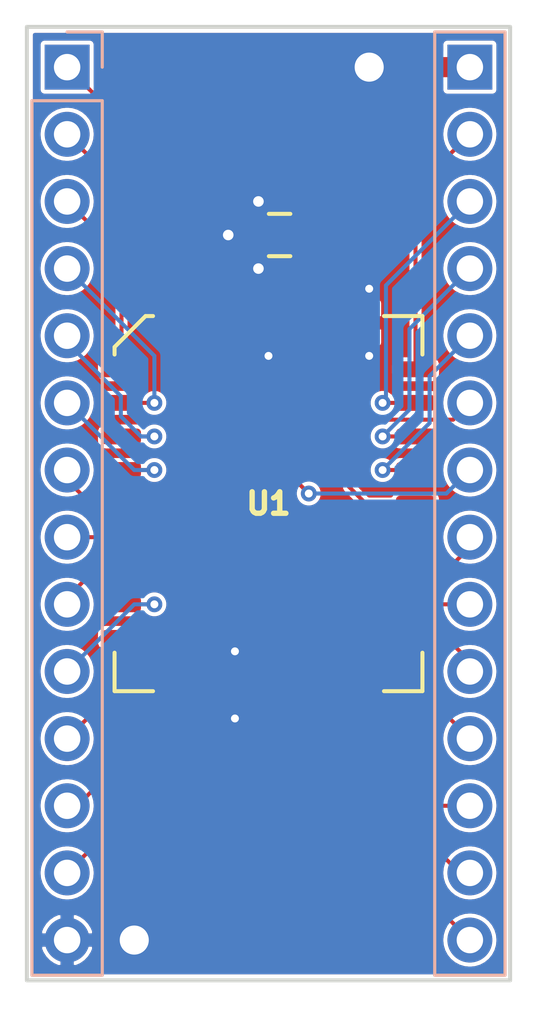
<source format=kicad_pcb>
(kicad_pcb (version 20171130) (host pcbnew "(5.1.2-1)-1")

  (general
    (thickness 1.6)
    (drawings 4)
    (tracks 107)
    (zones 0)
    (modules 8)
    (nets 29)
  )

  (page A4)
  (layers
    (0 F.Cu signal)
    (1 In1.Cu power)
    (2 In2.Cu power)
    (31 B.Cu signal)
    (32 B.Adhes user)
    (33 F.Adhes user)
    (34 B.Paste user)
    (35 F.Paste user hide)
    (36 B.SilkS user)
    (37 F.SilkS user)
    (38 B.Mask user)
    (39 F.Mask user)
    (40 Dwgs.User user)
    (41 Cmts.User user)
    (42 Eco1.User user)
    (43 Eco2.User user)
    (44 Edge.Cuts user)
    (45 Margin user)
    (46 B.CrtYd user)
    (47 F.CrtYd user)
    (48 B.Fab user)
    (49 F.Fab user)
  )

  (setup
    (last_trace_width 0.1524)
    (user_trace_width 0.2)
    (user_trace_width 0.254)
    (user_trace_width 0.508)
    (user_trace_width 0.762)
    (user_trace_width 1.27)
    (user_trace_width 1.524)
    (trace_clearance 0.1524)
    (zone_clearance 0.1524)
    (zone_45_only no)
    (trace_min 0.1524)
    (via_size 0.6)
    (via_drill 0.3)
    (via_min_size 0.4)
    (via_min_drill 0.3)
    (user_via 0.8 0.4)
    (user_via 1.524 0.762)
    (uvia_size 0.3)
    (uvia_drill 0.1)
    (uvias_allowed no)
    (uvia_min_size 0.2)
    (uvia_min_drill 0.1)
    (edge_width 0.15)
    (segment_width 0.1524)
    (pcb_text_width 0.3)
    (pcb_text_size 1.5 1.5)
    (mod_edge_width 0.15)
    (mod_text_size 1 1)
    (mod_text_width 0.15)
    (pad_size 2 2)
    (pad_drill 1.1)
    (pad_to_mask_clearance 0.0762)
    (solder_mask_min_width 0.1524)
    (pad_to_paste_clearance -0.05)
    (aux_axis_origin 0 0)
    (visible_elements FFFFFF7F)
    (pcbplotparams
      (layerselection 0x010f8_ffffffff)
      (usegerberextensions true)
      (usegerberattributes false)
      (usegerberadvancedattributes false)
      (creategerberjobfile false)
      (excludeedgelayer true)
      (linewidth 0.100000)
      (plotframeref false)
      (viasonmask false)
      (mode 1)
      (useauxorigin false)
      (hpglpennumber 1)
      (hpglpenspeed 20)
      (hpglpendiameter 15.000000)
      (psnegative false)
      (psa4output false)
      (plotreference true)
      (plotvalue true)
      (plotinvisibletext false)
      (padsonsilk false)
      (subtractmaskfromsilk true)
      (outputformat 1)
      (mirror false)
      (drillshape 0)
      (scaleselection 1)
      (outputdirectory "gerber/"))
  )

  (net 0 "")
  (net 1 +5V)
  (net 2 GND)
  (net 3 /A4)
  (net 4 /D7)
  (net 5 /D6)
  (net 6 /A8)
  (net 7 /A7)
  (net 8 /A6)
  (net 9 /A5)
  (net 10 /A3)
  (net 11 /A2)
  (net 12 /A1)
  (net 13 /A0)
  (net 14 /A9)
  (net 15 /D1)
  (net 16 /D5)
  (net 17 /D0)
  (net 18 /D2)
  (net 19 /D3)
  (net 20 /D4)
  (net 21 /A10)
  (net 22 /A11)
  (net 23 /A12)
  (net 24 /A13)
  (net 25 /A14)
  (net 26 /A15)
  (net 27 /~OE~)
  (net 28 /A16)

  (net_class Default "This is the default net class."
    (clearance 0.1524)
    (trace_width 0.1524)
    (via_dia 0.6)
    (via_drill 0.3)
    (uvia_dia 0.3)
    (uvia_drill 0.1)
    (add_net +5V)
    (add_net /A0)
    (add_net /A1)
    (add_net /A10)
    (add_net /A11)
    (add_net /A12)
    (add_net /A13)
    (add_net /A14)
    (add_net /A15)
    (add_net /A16)
    (add_net /A2)
    (add_net /A3)
    (add_net /A4)
    (add_net /A5)
    (add_net /A6)
    (add_net /A7)
    (add_net /A8)
    (add_net /A9)
    (add_net /D0)
    (add_net /D1)
    (add_net /D2)
    (add_net /D3)
    (add_net /D4)
    (add_net /D5)
    (add_net /D6)
    (add_net /D7)
    (add_net /~OE~)
    (add_net GND)
  )

  (module Connector_PinHeader_2.54mm:PinHeader_1x14_P2.54mm_Vertical (layer B.Cu) (tedit 5D12ED3D) (tstamp 5D1348F3)
    (at 55.88 20.32 180)
    (descr "Through hole straight pin header, 1x14, 2.54mm pitch, single row")
    (tags "Through hole pin header THT 1x14 2.54mm single row")
    (path /5D162C4F)
    (fp_text reference J2 (at 0 2.33 180) (layer B.SilkS) hide
      (effects (font (size 1 1) (thickness 0.15)) (justify mirror))
    )
    (fp_text value Right (at 0 -35.35 180) (layer B.Fab)
      (effects (font (size 1 1) (thickness 0.15)) (justify mirror))
    )
    (fp_line (start -0.635 1.27) (end 1.27 1.27) (layer B.Fab) (width 0.1))
    (fp_line (start 1.27 1.27) (end 1.27 -34.29) (layer B.Fab) (width 0.1))
    (fp_line (start 1.27 -34.29) (end -1.27 -34.29) (layer B.Fab) (width 0.1))
    (fp_line (start -1.27 -34.29) (end -1.27 0.635) (layer B.Fab) (width 0.1))
    (fp_line (start -1.27 0.635) (end -0.635 1.27) (layer B.Fab) (width 0.1))
    (fp_line (start -1.33 -34.35) (end 1.33 -34.35) (layer B.SilkS) (width 0.12))
    (fp_line (start -1.33 1.33) (end -1.33 -34.35) (layer B.SilkS) (width 0.12))
    (fp_line (start 1.33 1.33) (end 1.33 -34.35) (layer B.SilkS) (width 0.12))
    (fp_line (start -1.33 1.33) (end 1.33 1.33) (layer B.SilkS) (width 0.12))
    (fp_line (start -1.33 0) (end -1.33 1.33) (layer B.SilkS) (width 0.12))
    (fp_line (start -1.33 1.33) (end 0 1.33) (layer B.SilkS) (width 0.12))
    (fp_line (start -1.8 1.8) (end -1.8 -34.8) (layer B.CrtYd) (width 0.05))
    (fp_line (start -1.8 -34.8) (end 1.8 -34.8) (layer B.CrtYd) (width 0.05))
    (fp_line (start 1.8 -34.8) (end 1.8 1.8) (layer B.CrtYd) (width 0.05))
    (fp_line (start 1.8 1.8) (end -1.8 1.8) (layer B.CrtYd) (width 0.05))
    (fp_text user %R (at 0 -16.51 90) (layer B.Fab)
      (effects (font (size 1 1) (thickness 0.15)) (justify mirror))
    )
    (pad 1 thru_hole rect (at 0 0 180) (size 1.7 1.7) (drill 1) (layers *.Cu *.Mask)
      (net 1 +5V))
    (pad 2 thru_hole oval (at 0 -2.54 180) (size 1.7 1.7) (drill 1) (layers *.Cu *.Mask)
      (net 25 /A14))
    (pad 3 thru_hole oval (at 0 -5.08 180) (size 1.7 1.7) (drill 1) (layers *.Cu *.Mask)
      (net 24 /A13))
    (pad 4 thru_hole oval (at 0 -7.62 180) (size 1.7 1.7) (drill 1) (layers *.Cu *.Mask)
      (net 6 /A8))
    (pad 5 thru_hole oval (at 0 -10.16 180) (size 1.7 1.7) (drill 1) (layers *.Cu *.Mask)
      (net 14 /A9))
    (pad 6 thru_hole oval (at 0 -12.7 180) (size 1.7 1.7) (drill 1) (layers *.Cu *.Mask)
      (net 22 /A11))
    (pad 7 thru_hole oval (at 0 -15.24 180) (size 1.7 1.7) (drill 1) (layers *.Cu *.Mask)
      (net 28 /A16))
    (pad 8 thru_hole oval (at 0 -17.78 180) (size 1.7 1.7) (drill 1) (layers *.Cu *.Mask)
      (net 21 /A10))
    (pad 9 thru_hole oval (at 0 -20.32 180) (size 1.7 1.7) (drill 1) (layers *.Cu *.Mask)
      (net 27 /~OE~))
    (pad 10 thru_hole oval (at 0 -22.86 180) (size 1.7 1.7) (drill 1) (layers *.Cu *.Mask)
      (net 4 /D7))
    (pad 11 thru_hole oval (at 0 -25.4 180) (size 1.7 1.7) (drill 1) (layers *.Cu *.Mask)
      (net 5 /D6))
    (pad 12 thru_hole oval (at 0 -27.94 180) (size 1.7 1.7) (drill 1) (layers *.Cu *.Mask)
      (net 16 /D5))
    (pad 13 thru_hole oval (at 0 -30.48 180) (size 1.7 1.7) (drill 1) (layers *.Cu *.Mask)
      (net 20 /D4))
    (pad 14 thru_hole oval (at 0 -33.02 180) (size 1.7 1.7) (drill 1) (layers *.Cu *.Mask)
      (net 19 /D3))
    (model ${KISYS3DMOD}/Connector_PinHeader_2.54mm.3dshapes/PinHeader_1x14_P2.54mm_Vertical.wrl
      (at (xyz 0 0 0))
      (scale (xyz 1 1 1))
      (rotate (xyz 0 0 0))
    )
  )

  (module stdpads:C_0805 (layer F.Cu) (tedit 5CC26793) (tstamp 5D13487E)
    (at 48.68 26.67 180)
    (tags capacitor)
    (path /5D136B08)
    (attr smd)
    (fp_text reference C1 (at 0 -1.5) (layer F.SilkS) hide
      (effects (font (size 0.8128 0.8128) (thickness 0.1524)))
    )
    (fp_text value 100n (at 0 0.9) (layer F.Fab) hide
      (effects (font (size 0.127 0.127) (thickness 0.03175)))
    )
    (fp_line (start -1 0.625) (end -1 -0.625) (layer F.Fab) (width 0.15))
    (fp_line (start -1 -0.625) (end 1 -0.625) (layer F.Fab) (width 0.15))
    (fp_line (start 1 -0.625) (end 1 0.625) (layer F.Fab) (width 0.15))
    (fp_line (start 1 0.625) (end -1 0.625) (layer F.Fab) (width 0.15))
    (fp_line (start -0.4064 -0.8) (end 0.4064 -0.8) (layer F.SilkS) (width 0.1524))
    (fp_line (start -0.4064 0.8) (end 0.4064 0.8) (layer F.SilkS) (width 0.1524))
    (fp_line (start -1.7 1) (end -1.7 -1) (layer F.CrtYd) (width 0.05))
    (fp_line (start -1.7 -1) (end 1.7 -1) (layer F.CrtYd) (width 0.05))
    (fp_line (start 1.7 -1) (end 1.7 1) (layer F.CrtYd) (width 0.05))
    (fp_line (start 1.7 1) (end -1.7 1) (layer F.CrtYd) (width 0.05))
    (fp_text user %R (at 0 0 90) (layer F.Fab)
      (effects (font (size 0.254 0.254) (thickness 0.0635)))
    )
    (pad 1 smd roundrect (at -0.85 0 180) (size 1.05 1.4) (layers F.Cu F.Paste F.Mask) (roundrect_rratio 0.25)
      (net 1 +5V))
    (pad 2 smd roundrect (at 0.85 0 180) (size 1.05 1.4) (layers F.Cu F.Paste F.Mask) (roundrect_rratio 0.25)
      (net 2 GND))
    (model ${KISYS3DMOD}/Capacitor_SMD.3dshapes/C_0805_2012Metric.wrl
      (at (xyz 0 0 0))
      (scale (xyz 1 1 1))
      (rotate (xyz 0 0 0))
    )
  )

  (module stdpads:Fiducial (layer F.Cu) (tedit 5CFD71CD) (tstamp 5D134897)
    (at 43.18 20.32)
    (descr "Circular Fiducial, 1mm bare copper top; 2mm keepout (Level A)")
    (tags marker)
    (path /607FA42F)
    (attr smd)
    (fp_text reference FID1 (at 0 -1.6) (layer F.SilkS) hide
      (effects (font (size 0.508 0.508) (thickness 0.127)))
    )
    (fp_text value Fiducial (at 0 1.651) (layer F.Fab) hide
      (effects (font (size 0.508 0.508) (thickness 0.127)))
    )
    (fp_circle (center 0 0) (end 1.25 0) (layer F.CrtYd) (width 0.05))
    (fp_text user %R (at 0 0) (layer F.Fab)
      (effects (font (size 0.4 0.4) (thickness 0.06)))
    )
    (fp_circle (center 0 0) (end 1 0) (layer F.Fab) (width 0.1))
    (pad ~ smd circle (at 0 0) (size 1 1) (layers F.Cu F.Mask)
      (solder_mask_margin 0.5) (clearance 0.575))
  )

  (module stdpads:Fiducial (layer F.Cu) (tedit 5CFD71CD) (tstamp 5D13489F)
    (at 53.34 53.34)
    (descr "Circular Fiducial, 1mm bare copper top; 2mm keepout (Level A)")
    (tags marker)
    (path /607FA430)
    (attr smd)
    (fp_text reference FID2 (at 0 -1.6) (layer F.SilkS) hide
      (effects (font (size 0.508 0.508) (thickness 0.127)))
    )
    (fp_text value Fiducial (at 0 1.651) (layer F.Fab) hide
      (effects (font (size 0.508 0.508) (thickness 0.127)))
    )
    (fp_circle (center 0 0) (end 1 0) (layer F.Fab) (width 0.1))
    (fp_text user %R (at 0 0) (layer F.Fab)
      (effects (font (size 0.4 0.4) (thickness 0.06)))
    )
    (fp_circle (center 0 0) (end 1.25 0) (layer F.CrtYd) (width 0.05))
    (pad ~ smd circle (at 0 0) (size 1 1) (layers F.Cu F.Mask)
      (solder_mask_margin 0.5) (clearance 0.575))
  )

  (module stdpads:PasteHole_1.1mm_PTH (layer F.Cu) (tedit 5CC28440) (tstamp 5D1348A7)
    (at 52.07 20.32)
    (descr "Circular Fiducial, 1mm bare copper top; 2mm keepout (Level A)")
    (tags marker)
    (path /607FA433)
    (zone_connect 2)
    (attr virtual)
    (fp_text reference H1 (at 0 -1.6) (layer F.SilkS) hide
      (effects (font (size 0.508 0.508) (thickness 0.127)))
    )
    (fp_text value " " (at 0 2) (layer F.Fab) hide
      (effects (font (size 0.508 0.508) (thickness 0.127)))
    )
    (fp_circle (center 0 0) (end 1.25 0) (layer F.CrtYd) (width 0.05))
    (fp_text user %R (at 0 0) (layer F.Fab)
      (effects (font (size 0.4 0.4) (thickness 0.06)))
    )
    (fp_circle (center 0 0) (end 1 0) (layer F.Fab) (width 0.1))
    (pad 1 thru_hole circle (at 0 0) (size 2 2) (drill 1.1) (layers *.Cu *.Mask)
      (net 2 GND) (zone_connect 2))
  )

  (module stdpads:PasteHole_1.1mm_PTH (layer F.Cu) (tedit 5CC28440) (tstamp 5D137CC9)
    (at 43.18 53.34)
    (descr "Circular Fiducial, 1mm bare copper top; 2mm keepout (Level A)")
    (tags marker)
    (path /607FA434)
    (zone_connect 2)
    (attr virtual)
    (fp_text reference H2 (at 0 -1.6) (layer F.SilkS) hide
      (effects (font (size 0.508 0.508) (thickness 0.127)))
    )
    (fp_text value " " (at 0 2) (layer F.Fab) hide
      (effects (font (size 0.508 0.508) (thickness 0.127)))
    )
    (fp_circle (center 0 0) (end 1 0) (layer F.Fab) (width 0.1))
    (fp_text user %R (at 0 0) (layer F.Fab)
      (effects (font (size 0.4 0.4) (thickness 0.06)))
    )
    (fp_circle (center 0 0) (end 1.25 0) (layer F.CrtYd) (width 0.05))
    (pad 1 thru_hole circle (at 0 0) (size 2 2) (drill 1.1) (layers *.Cu *.Mask)
      (net 2 GND) (zone_connect 2))
  )

  (module Connector_PinHeader_2.54mm:PinHeader_1x14_P2.54mm_Vertical (layer B.Cu) (tedit 59FED5CC) (tstamp 5D1348D1)
    (at 40.64 20.32 180)
    (descr "Through hole straight pin header, 1x14, 2.54mm pitch, single row")
    (tags "Through hole pin header THT 1x14 2.54mm single row")
    (path /5D145F9E)
    (fp_text reference J1 (at 0 2.33) (layer B.SilkS) hide
      (effects (font (size 1 1) (thickness 0.15)) (justify mirror))
    )
    (fp_text value Left (at 0 -35.35) (layer B.Fab)
      (effects (font (size 1 1) (thickness 0.15)) (justify mirror))
    )
    (fp_line (start -0.635 1.27) (end 1.27 1.27) (layer B.Fab) (width 0.1))
    (fp_line (start 1.27 1.27) (end 1.27 -34.29) (layer B.Fab) (width 0.1))
    (fp_line (start 1.27 -34.29) (end -1.27 -34.29) (layer B.Fab) (width 0.1))
    (fp_line (start -1.27 -34.29) (end -1.27 0.635) (layer B.Fab) (width 0.1))
    (fp_line (start -1.27 0.635) (end -0.635 1.27) (layer B.Fab) (width 0.1))
    (fp_line (start -1.33 -34.35) (end 1.33 -34.35) (layer B.SilkS) (width 0.12))
    (fp_line (start -1.33 -1.27) (end -1.33 -34.35) (layer B.SilkS) (width 0.12))
    (fp_line (start 1.33 -1.27) (end 1.33 -34.35) (layer B.SilkS) (width 0.12))
    (fp_line (start -1.33 -1.27) (end 1.33 -1.27) (layer B.SilkS) (width 0.12))
    (fp_line (start -1.33 0) (end -1.33 1.33) (layer B.SilkS) (width 0.12))
    (fp_line (start -1.33 1.33) (end 0 1.33) (layer B.SilkS) (width 0.12))
    (fp_line (start -1.8 1.8) (end -1.8 -34.8) (layer B.CrtYd) (width 0.05))
    (fp_line (start -1.8 -34.8) (end 1.8 -34.8) (layer B.CrtYd) (width 0.05))
    (fp_line (start 1.8 -34.8) (end 1.8 1.8) (layer B.CrtYd) (width 0.05))
    (fp_line (start 1.8 1.8) (end -1.8 1.8) (layer B.CrtYd) (width 0.05))
    (fp_text user %R (at 0 -16.51 270) (layer B.Fab)
      (effects (font (size 1 1) (thickness 0.15)) (justify mirror))
    )
    (pad 1 thru_hole rect (at 0 0 180) (size 1.7 1.7) (drill 1) (layers *.Cu *.Mask)
      (net 26 /A15))
    (pad 2 thru_hole oval (at 0 -2.54 180) (size 1.7 1.7) (drill 1) (layers *.Cu *.Mask)
      (net 23 /A12))
    (pad 3 thru_hole oval (at 0 -5.08 180) (size 1.7 1.7) (drill 1) (layers *.Cu *.Mask)
      (net 7 /A7))
    (pad 4 thru_hole oval (at 0 -7.62 180) (size 1.7 1.7) (drill 1) (layers *.Cu *.Mask)
      (net 8 /A6))
    (pad 5 thru_hole oval (at 0 -10.16 180) (size 1.7 1.7) (drill 1) (layers *.Cu *.Mask)
      (net 9 /A5))
    (pad 6 thru_hole oval (at 0 -12.7 180) (size 1.7 1.7) (drill 1) (layers *.Cu *.Mask)
      (net 3 /A4))
    (pad 7 thru_hole oval (at 0 -15.24 180) (size 1.7 1.7) (drill 1) (layers *.Cu *.Mask)
      (net 10 /A3))
    (pad 8 thru_hole oval (at 0 -17.78 180) (size 1.7 1.7) (drill 1) (layers *.Cu *.Mask)
      (net 11 /A2))
    (pad 9 thru_hole oval (at 0 -20.32 180) (size 1.7 1.7) (drill 1) (layers *.Cu *.Mask)
      (net 12 /A1))
    (pad 10 thru_hole oval (at 0 -22.86 180) (size 1.7 1.7) (drill 1) (layers *.Cu *.Mask)
      (net 13 /A0))
    (pad 11 thru_hole oval (at 0 -25.4 180) (size 1.7 1.7) (drill 1) (layers *.Cu *.Mask)
      (net 17 /D0))
    (pad 12 thru_hole oval (at 0 -27.94 180) (size 1.7 1.7) (drill 1) (layers *.Cu *.Mask)
      (net 15 /D1))
    (pad 13 thru_hole oval (at 0 -30.48 180) (size 1.7 1.7) (drill 1) (layers *.Cu *.Mask)
      (net 18 /D2))
    (pad 14 thru_hole oval (at 0 -33.02 180) (size 1.7 1.7) (drill 1) (layers *.Cu *.Mask)
      (net 2 GND))
    (model ${KISYS3DMOD}/Connector_PinHeader_2.54mm.3dshapes/PinHeader_1x14_P2.54mm_Vertical.wrl
      (at (xyz 0 0 0))
      (scale (xyz 1 1 1))
      (rotate (xyz 0 0 0))
    )
  )

  (module stdpads:PLCC-32 (layer F.Cu) (tedit 5D0DA842) (tstamp 5D12FC01)
    (at 48.26 36.83)
    (descr "PLCC, 32 Pin (http://ww1.microchip.com/downloads/en/DeviceDoc/doc0015.pdf), generated with kicad-footprint-generator ipc_plcc_jLead_generator.py")
    (tags "PLCC LCC")
    (path /5E56BC07)
    (attr smd)
    (fp_text reference U1 (at 0 0) (layer F.SilkS)
      (effects (font (size 0.8128 0.8128) (thickness 0.2032)))
    )
    (fp_text value 39SF010 (at 0 1.27) (layer F.Fab)
      (effects (font (size 0.8128 0.8128) (thickness 0.2032)))
    )
    (fp_line (start 4.37 -7.095) (end 5.825 -7.095) (layer F.SilkS) (width 0.1524))
    (fp_line (start 5.825 -7.095) (end 5.825 -5.64) (layer F.SilkS) (width 0.1524))
    (fp_line (start -4.37 7.095) (end -5.825 7.095) (layer F.SilkS) (width 0.1524))
    (fp_line (start -5.825 7.095) (end -5.825 5.64) (layer F.SilkS) (width 0.1524))
    (fp_line (start 4.37 7.095) (end 5.825 7.095) (layer F.SilkS) (width 0.1524))
    (fp_line (start 5.825 7.095) (end 5.825 5.64) (layer F.SilkS) (width 0.1524))
    (fp_line (start -4.37 -7.095) (end -4.652782 -7.095) (layer F.SilkS) (width 0.1524))
    (fp_line (start -4.652782 -7.095) (end -5.825 -5.922782) (layer F.SilkS) (width 0.1524))
    (fp_line (start -5.825 -5.922782) (end -5.825 -5.64) (layer F.SilkS) (width 0.1524))
    (fp_line (start 0 -6.277893) (end 0.5 -6.985) (layer F.Fab) (width 0.1))
    (fp_line (start 0.5 -6.985) (end 5.715 -6.985) (layer F.Fab) (width 0.1))
    (fp_line (start 5.715 -6.985) (end 5.715 6.985) (layer F.Fab) (width 0.1))
    (fp_line (start 5.715 6.985) (end -5.715 6.985) (layer F.Fab) (width 0.1))
    (fp_line (start -5.715 6.985) (end -5.715 -5.845) (layer F.Fab) (width 0.1))
    (fp_line (start -5.715 -5.845) (end -4.575 -6.985) (layer F.Fab) (width 0.1))
    (fp_line (start -4.575 -6.985) (end -0.5 -6.985) (layer F.Fab) (width 0.1))
    (fp_line (start -0.5 -6.985) (end 0 -6.277893) (layer F.Fab) (width 0.1))
    (fp_line (start 0 -7.82) (end 4.36 -7.82) (layer F.CrtYd) (width 0.05))
    (fp_line (start 4.36 -7.82) (end 4.36 -7.23) (layer F.CrtYd) (width 0.05))
    (fp_line (start 4.36 -7.23) (end 5.96 -7.23) (layer F.CrtYd) (width 0.05))
    (fp_line (start 5.96 -7.23) (end 5.96 -5.63) (layer F.CrtYd) (width 0.05))
    (fp_line (start 5.96 -5.63) (end 6.55 -5.63) (layer F.CrtYd) (width 0.05))
    (fp_line (start 6.55 -5.63) (end 6.55 0) (layer F.CrtYd) (width 0.05))
    (fp_line (start 0 7.82) (end -4.36 7.82) (layer F.CrtYd) (width 0.05))
    (fp_line (start -4.36 7.82) (end -4.36 7.23) (layer F.CrtYd) (width 0.05))
    (fp_line (start -4.36 7.23) (end -5.96 7.23) (layer F.CrtYd) (width 0.05))
    (fp_line (start -5.96 7.23) (end -5.96 5.63) (layer F.CrtYd) (width 0.05))
    (fp_line (start -5.96 5.63) (end -6.55 5.63) (layer F.CrtYd) (width 0.05))
    (fp_line (start -6.55 5.63) (end -6.55 0) (layer F.CrtYd) (width 0.05))
    (fp_line (start 0 7.82) (end 4.36 7.82) (layer F.CrtYd) (width 0.05))
    (fp_line (start 4.36 7.82) (end 4.36 7.23) (layer F.CrtYd) (width 0.05))
    (fp_line (start 4.36 7.23) (end 5.96 7.23) (layer F.CrtYd) (width 0.05))
    (fp_line (start 5.96 7.23) (end 5.96 5.63) (layer F.CrtYd) (width 0.05))
    (fp_line (start 5.96 5.63) (end 6.55 5.63) (layer F.CrtYd) (width 0.05))
    (fp_line (start 6.55 5.63) (end 6.55 0) (layer F.CrtYd) (width 0.05))
    (fp_line (start 0 -7.82) (end -4.36 -7.82) (layer F.CrtYd) (width 0.05))
    (fp_line (start -4.36 -7.82) (end -4.36 -7.23) (layer F.CrtYd) (width 0.05))
    (fp_line (start -4.36 -7.23) (end -4.68 -7.23) (layer F.CrtYd) (width 0.05))
    (fp_line (start -4.68 -7.23) (end -5.96 -5.95) (layer F.CrtYd) (width 0.05))
    (fp_line (start -5.96 -5.95) (end -5.96 -5.63) (layer F.CrtYd) (width 0.05))
    (fp_line (start -5.96 -5.63) (end -6.55 -5.63) (layer F.CrtYd) (width 0.05))
    (fp_line (start -6.55 -5.63) (end -6.55 0) (layer F.CrtYd) (width 0.05))
    (fp_text user %R (at 0 0) (layer F.Fab)
      (effects (font (size 0.8128 0.8128) (thickness 0.2032)))
    )
    (pad 1 smd roundrect (at 0 -6.8375) (size 0.6 1.475) (layers F.Cu F.Paste F.Mask) (roundrect_rratio 0.25)
      (net 2 GND))
    (pad 2 smd roundrect (at -1.27 -6.8375) (size 0.6 1.475) (layers F.Cu F.Paste F.Mask) (roundrect_rratio 0.25)
      (net 28 /A16))
    (pad 3 smd roundrect (at -2.54 -6.8375) (size 0.6 1.475) (layers F.Cu F.Paste F.Mask) (roundrect_rratio 0.25)
      (net 26 /A15))
    (pad 4 smd roundrect (at -3.81 -6.8375) (size 0.6 1.475) (layers F.Cu F.Paste F.Mask) (roundrect_rratio 0.25)
      (net 23 /A12))
    (pad 5 smd roundrect (at -5.5625 -5.08) (size 1.475 0.6) (layers F.Cu F.Paste F.Mask) (roundrect_rratio 0.25)
      (net 7 /A7))
    (pad 6 smd roundrect (at -5.5625 -3.81) (size 1.475 0.6) (layers F.Cu F.Paste F.Mask) (roundrect_rratio 0.25)
      (net 8 /A6))
    (pad 7 smd roundrect (at -5.5625 -2.54) (size 1.475 0.6) (layers F.Cu F.Paste F.Mask) (roundrect_rratio 0.25)
      (net 9 /A5))
    (pad 8 smd roundrect (at -5.5625 -1.27) (size 1.475 0.6) (layers F.Cu F.Paste F.Mask) (roundrect_rratio 0.25)
      (net 3 /A4))
    (pad 9 smd roundrect (at -5.5625 0) (size 1.475 0.6) (layers F.Cu F.Paste F.Mask) (roundrect_rratio 0.25)
      (net 10 /A3))
    (pad 10 smd roundrect (at -5.5625 1.27) (size 1.475 0.6) (layers F.Cu F.Paste F.Mask) (roundrect_rratio 0.25)
      (net 11 /A2))
    (pad 11 smd roundrect (at -5.5625 2.54) (size 1.475 0.6) (layers F.Cu F.Paste F.Mask) (roundrect_rratio 0.25)
      (net 12 /A1))
    (pad 12 smd roundrect (at -5.5625 3.81) (size 1.475 0.6) (layers F.Cu F.Paste F.Mask) (roundrect_rratio 0.25)
      (net 13 /A0))
    (pad 13 smd roundrect (at -5.5625 5.08) (size 1.475 0.6) (layers F.Cu F.Paste F.Mask) (roundrect_rratio 0.25)
      (net 17 /D0))
    (pad 14 smd roundrect (at -3.81 6.8375) (size 0.6 1.475) (layers F.Cu F.Paste F.Mask) (roundrect_rratio 0.25)
      (net 15 /D1))
    (pad 15 smd roundrect (at -2.54 6.8375) (size 0.6 1.475) (layers F.Cu F.Paste F.Mask) (roundrect_rratio 0.25)
      (net 18 /D2))
    (pad 16 smd roundrect (at -1.27 6.8375) (size 0.6 1.475) (layers F.Cu F.Paste F.Mask) (roundrect_rratio 0.25)
      (net 2 GND))
    (pad 17 smd roundrect (at 0 6.8375) (size 0.6 1.475) (layers F.Cu F.Paste F.Mask) (roundrect_rratio 0.25)
      (net 19 /D3))
    (pad 18 smd roundrect (at 1.27 6.8375) (size 0.6 1.475) (layers F.Cu F.Paste F.Mask) (roundrect_rratio 0.25)
      (net 20 /D4))
    (pad 19 smd roundrect (at 2.54 6.8375) (size 0.6 1.475) (layers F.Cu F.Paste F.Mask) (roundrect_rratio 0.25)
      (net 16 /D5))
    (pad 20 smd roundrect (at 3.81 6.8375) (size 0.6 1.475) (layers F.Cu F.Paste F.Mask) (roundrect_rratio 0.25)
      (net 5 /D6))
    (pad 21 smd roundrect (at 5.5625 5.08) (size 1.475 0.6) (layers F.Cu F.Paste F.Mask) (roundrect_rratio 0.25)
      (net 4 /D7))
    (pad 22 smd roundrect (at 5.5625 3.81) (size 1.475 0.6) (layers F.Cu F.Paste F.Mask) (roundrect_rratio 0.25)
      (net 27 /~OE~))
    (pad 23 smd roundrect (at 5.5625 2.54) (size 1.475 0.6) (layers F.Cu F.Paste F.Mask) (roundrect_rratio 0.25)
      (net 21 /A10))
    (pad 24 smd roundrect (at 5.5625 1.27) (size 1.475 0.6) (layers F.Cu F.Paste F.Mask) (roundrect_rratio 0.25)
      (net 2 GND))
    (pad 25 smd roundrect (at 5.5625 0) (size 1.475 0.6) (layers F.Cu F.Paste F.Mask) (roundrect_rratio 0.25)
      (net 22 /A11))
    (pad 26 smd roundrect (at 5.5625 -1.27) (size 1.475 0.6) (layers F.Cu F.Paste F.Mask) (roundrect_rratio 0.25)
      (net 14 /A9))
    (pad 27 smd roundrect (at 5.5625 -2.54) (size 1.475 0.6) (layers F.Cu F.Paste F.Mask) (roundrect_rratio 0.25)
      (net 6 /A8))
    (pad 28 smd roundrect (at 5.5625 -3.81) (size 1.475 0.6) (layers F.Cu F.Paste F.Mask) (roundrect_rratio 0.25)
      (net 24 /A13))
    (pad 29 smd roundrect (at 5.5625 -5.08) (size 1.475 0.6) (layers F.Cu F.Paste F.Mask) (roundrect_rratio 0.25)
      (net 25 /A14))
    (pad 30 smd roundrect (at 3.81 -6.8375) (size 0.6 1.475) (layers F.Cu F.Paste F.Mask) (roundrect_rratio 0.25)
      (net 2 GND))
    (pad 31 smd roundrect (at 2.54 -6.8375) (size 0.6 1.475) (layers F.Cu F.Paste F.Mask) (roundrect_rratio 0.25)
      (net 1 +5V))
    (pad 32 smd roundrect (at 1.27 -6.8375) (size 0.6 1.475) (layers F.Cu F.Paste F.Mask) (roundrect_rratio 0.25)
      (net 1 +5V))
    (model ${KIPRJMOD}/../stdpads.3dshapes/PLCC-32.wrl
      (at (xyz 0 0 0))
      (scale (xyz 1 1 1))
      (rotate (xyz 0 0 180))
    )
  )

  (gr_line (start 39.116 54.864) (end 39.116 18.796) (layer Edge.Cuts) (width 0.15) (tstamp 5D13801F))
  (gr_line (start 57.404 54.864) (end 39.116 54.864) (layer Edge.Cuts) (width 0.15))
  (gr_line (start 57.404 18.796) (end 57.404 54.864) (layer Edge.Cuts) (width 0.15))
  (gr_line (start 39.116 18.796) (end 57.404 18.796) (layer Edge.Cuts) (width 0.15))

  (segment (start 49.53 29.9925) (end 50.8 29.9925) (width 0.1524) (layer F.Cu) (net 1))
  (segment (start 49.53 29.9925) (end 49.53 26.67) (width 0.508) (layer F.Cu) (net 1))
  (segment (start 49.53 26.67) (end 49.53 25.4) (width 0.762) (layer F.Cu) (net 1))
  (segment (start 54.61 20.32) (end 55.88 20.32) (width 0.762) (layer F.Cu) (net 1))
  (segment (start 49.53 25.4) (end 54.61 20.32) (width 0.762) (layer F.Cu) (net 1))
  (via (at 47.879 25.4) (size 0.8) (drill 0.4) (layers F.Cu B.Cu) (net 2))
  (segment (start 47.83 25.449) (end 47.879 25.4) (width 0.762) (layer F.Cu) (net 2))
  (segment (start 47.83 26.67) (end 47.83 25.449) (width 0.762) (layer F.Cu) (net 2))
  (via (at 46.736 26.67) (size 0.8) (drill 0.4) (layers F.Cu B.Cu) (net 2))
  (segment (start 47.83 26.67) (end 46.736 26.67) (width 0.762) (layer F.Cu) (net 2))
  (via (at 47.879 27.94) (size 0.8) (drill 0.4) (layers F.Cu B.Cu) (net 2))
  (segment (start 47.83 27.891) (end 47.879 27.94) (width 0.762) (layer F.Cu) (net 2))
  (segment (start 47.83 26.67) (end 47.83 27.891) (width 0.762) (layer F.Cu) (net 2))
  (via (at 46.99 42.418) (size 0.6) (drill 0.3) (layers F.Cu B.Cu) (net 2))
  (segment (start 46.99 43.6675) (end 46.99 42.418) (width 0.508) (layer F.Cu) (net 2))
  (via (at 46.99 44.958) (size 0.6) (drill 0.3) (layers F.Cu B.Cu) (net 2))
  (segment (start 46.99 43.6675) (end 46.99 44.958) (width 0.508) (layer F.Cu) (net 2))
  (via (at 48.26 31.242) (size 0.6) (drill 0.3) (layers F.Cu B.Cu) (net 2))
  (segment (start 48.26 29.9925) (end 48.26 31.242) (width 0.508) (layer F.Cu) (net 2))
  (via (at 52.07 31.242) (size 0.6) (drill 0.3) (layers F.Cu B.Cu) (net 2))
  (segment (start 52.07 29.9925) (end 52.07 31.242) (width 0.508) (layer F.Cu) (net 2))
  (via (at 52.07 28.702) (size 0.6) (drill 0.3) (layers F.Cu B.Cu) (net 2))
  (segment (start 52.07 29.9925) (end 52.07 28.702) (width 0.508) (layer F.Cu) (net 2))
  (via (at 43.942 35.56) (size 0.6) (drill 0.3) (layers F.Cu B.Cu) (net 3))
  (segment (start 42.6975 35.56) (end 43.942 35.56) (width 0.1524) (layer F.Cu) (net 3))
  (segment (start 43.18 35.56) (end 43.942 35.56) (width 0.1524) (layer B.Cu) (net 3))
  (segment (start 40.64 33.02) (end 43.18 35.56) (width 0.1524) (layer B.Cu) (net 3))
  (segment (start 53.8225 41.91) (end 54.991 41.91) (width 0.1524) (layer F.Cu) (net 4))
  (segment (start 55.88 42.799) (end 55.88 43.18) (width 0.1524) (layer F.Cu) (net 4))
  (segment (start 54.991 41.91) (end 55.88 42.799) (width 0.1524) (layer F.Cu) (net 4))
  (segment (start 53.8275 43.6675) (end 55.88 45.72) (width 0.1524) (layer F.Cu) (net 5))
  (segment (start 52.07 43.6675) (end 53.8275 43.6675) (width 0.1524) (layer F.Cu) (net 5))
  (via (at 52.578 34.29) (size 0.6) (drill 0.3) (layers F.Cu B.Cu) (net 6))
  (segment (start 53.8225 34.29) (end 52.578 34.29) (width 0.1524) (layer F.Cu) (net 6))
  (segment (start 53.594 30.226) (end 55.88 27.94) (width 0.1524) (layer B.Cu) (net 6))
  (segment (start 53.594 33.274) (end 53.594 30.226) (width 0.1524) (layer B.Cu) (net 6))
  (segment (start 52.578 34.29) (end 53.594 33.274) (width 0.1524) (layer B.Cu) (net 6))
  (segment (start 42.6975 27.4575) (end 40.64 25.4) (width 0.1524) (layer F.Cu) (net 7))
  (segment (start 42.6975 31.75) (end 42.6975 27.4575) (width 0.1524) (layer F.Cu) (net 7))
  (via (at 43.942 33.02) (size 0.6) (drill 0.3) (layers F.Cu B.Cu) (net 8))
  (segment (start 42.6975 33.02) (end 43.942 33.02) (width 0.1524) (layer F.Cu) (net 8))
  (segment (start 43.942 31.242) (end 43.942 33.02) (width 0.1524) (layer B.Cu) (net 8))
  (segment (start 40.64 27.94) (end 43.942 31.242) (width 0.1524) (layer B.Cu) (net 8))
  (via (at 43.942 34.29) (size 0.6) (drill 0.3) (layers F.Cu B.Cu) (net 9))
  (segment (start 42.6975 34.29) (end 43.942 34.29) (width 0.1524) (layer F.Cu) (net 9))
  (segment (start 42.672 32.766) (end 42.672 33.528) (width 0.1524) (layer B.Cu) (net 9))
  (segment (start 43.434 34.29) (end 43.942 34.29) (width 0.1524) (layer B.Cu) (net 9))
  (segment (start 40.64 30.734) (end 42.672 32.766) (width 0.1524) (layer B.Cu) (net 9))
  (segment (start 42.672 33.528) (end 43.434 34.29) (width 0.1524) (layer B.Cu) (net 9))
  (segment (start 40.64 30.48) (end 40.64 30.734) (width 0.1524) (layer B.Cu) (net 9))
  (segment (start 42.6975 36.83) (end 41.529 36.83) (width 0.1524) (layer F.Cu) (net 10))
  (segment (start 40.64 35.941) (end 40.64 35.56) (width 0.1524) (layer F.Cu) (net 10))
  (segment (start 41.529 36.83) (end 40.64 35.941) (width 0.1524) (layer F.Cu) (net 10))
  (segment (start 40.64 38.1) (end 42.6975 38.1) (width 0.1524) (layer F.Cu) (net 11))
  (segment (start 42.6975 39.37) (end 41.656 39.37) (width 0.1524) (layer F.Cu) (net 12))
  (segment (start 40.64 40.386) (end 40.64 40.64) (width 0.1524) (layer F.Cu) (net 12))
  (segment (start 41.656 39.37) (end 40.64 40.386) (width 0.1524) (layer F.Cu) (net 12))
  (via (at 43.942 40.64) (size 0.6) (drill 0.3) (layers F.Cu B.Cu) (net 13))
  (segment (start 42.6975 40.64) (end 43.942 40.64) (width 0.1524) (layer F.Cu) (net 13))
  (segment (start 43.18 40.64) (end 40.64 43.18) (width 0.1524) (layer B.Cu) (net 13))
  (segment (start 43.942 40.64) (end 43.18 40.64) (width 0.1524) (layer B.Cu) (net 13))
  (via (at 52.578 35.56) (size 0.6) (drill 0.3) (layers F.Cu B.Cu) (net 14))
  (segment (start 53.8225 35.56) (end 52.578 35.56) (width 0.1524) (layer F.Cu) (net 14))
  (segment (start 54.356 32.004) (end 55.88 30.48) (width 0.1524) (layer B.Cu) (net 14))
  (segment (start 54.356 33.782) (end 54.356 32.004) (width 0.1524) (layer B.Cu) (net 14))
  (segment (start 52.578 35.56) (end 54.356 33.782) (width 0.1524) (layer B.Cu) (net 14))
  (segment (start 44.45 44.831) (end 44.45 43.6675) (width 0.1524) (layer F.Cu) (net 15))
  (segment (start 41.021 48.26) (end 44.45 44.831) (width 0.1524) (layer F.Cu) (net 15))
  (segment (start 40.64 48.26) (end 41.021 48.26) (width 0.1524) (layer F.Cu) (net 15))
  (segment (start 54.229 48.26) (end 55.88 48.26) (width 0.1524) (layer F.Cu) (net 16))
  (segment (start 50.8 44.831) (end 54.229 48.26) (width 0.1524) (layer F.Cu) (net 16))
  (segment (start 50.8 43.6675) (end 50.8 44.831) (width 0.1524) (layer F.Cu) (net 16))
  (segment (start 42.6975 43.6625) (end 40.64 45.72) (width 0.1524) (layer F.Cu) (net 17))
  (segment (start 42.6975 41.91) (end 42.6975 43.6625) (width 0.1524) (layer F.Cu) (net 17))
  (segment (start 45.72 45.72) (end 45.72 43.6675) (width 0.1524) (layer F.Cu) (net 18))
  (segment (start 40.64 50.8) (end 45.72 45.72) (width 0.1524) (layer F.Cu) (net 18))
  (segment (start 48.26 45.72) (end 55.88 53.34) (width 0.1524) (layer F.Cu) (net 19))
  (segment (start 48.26 43.6675) (end 48.26 45.72) (width 0.1524) (layer F.Cu) (net 19))
  (segment (start 55.499 50.8) (end 55.88 50.8) (width 0.1524) (layer F.Cu) (net 20))
  (segment (start 49.53 44.831) (end 55.499 50.8) (width 0.1524) (layer F.Cu) (net 20))
  (segment (start 49.53 43.6675) (end 49.53 44.831) (width 0.1524) (layer F.Cu) (net 20))
  (segment (start 53.8225 39.37) (end 54.991 39.37) (width 0.1524) (layer F.Cu) (net 21))
  (segment (start 55.88 38.481) (end 55.88 38.1) (width 0.1524) (layer F.Cu) (net 21))
  (segment (start 54.991 39.37) (end 55.88 38.481) (width 0.1524) (layer F.Cu) (net 21))
  (segment (start 51.308 36.195) (end 51.943 36.83) (width 0.1524) (layer F.Cu) (net 22))
  (segment (start 51.308 34.29) (end 51.308 36.195) (width 0.1524) (layer F.Cu) (net 22))
  (segment (start 51.943 33.655) (end 51.308 34.29) (width 0.1524) (layer F.Cu) (net 22))
  (segment (start 55.245 33.655) (end 51.943 33.655) (width 0.1524) (layer F.Cu) (net 22))
  (segment (start 51.943 36.83) (end 53.8225 36.83) (width 0.1524) (layer F.Cu) (net 22))
  (segment (start 55.88 33.02) (end 55.245 33.655) (width 0.1524) (layer F.Cu) (net 22))
  (segment (start 44.45 26.67) (end 40.64 22.86) (width 0.1524) (layer F.Cu) (net 23))
  (segment (start 44.45 29.9925) (end 44.45 26.67) (width 0.1524) (layer F.Cu) (net 23))
  (via (at 52.578 33.02) (size 0.6) (drill 0.3) (layers F.Cu B.Cu) (net 24))
  (segment (start 53.8225 33.02) (end 52.578 33.02) (width 0.1524) (layer F.Cu) (net 24))
  (segment (start 52.705 28.575) (end 55.88 25.4) (width 0.1524) (layer B.Cu) (net 24))
  (segment (start 52.705 32.893) (end 52.705 28.575) (width 0.1524) (layer B.Cu) (net 24))
  (segment (start 52.578 33.02) (end 52.705 32.893) (width 0.1524) (layer B.Cu) (net 24))
  (segment (start 53.8225 24.9175) (end 55.88 22.86) (width 0.1524) (layer F.Cu) (net 25))
  (segment (start 53.8225 31.75) (end 53.8225 24.9175) (width 0.1524) (layer F.Cu) (net 25))
  (segment (start 45.72 25.4) (end 40.64 20.32) (width 0.1524) (layer F.Cu) (net 26))
  (segment (start 45.72 29.9925) (end 45.72 25.4) (width 0.1524) (layer F.Cu) (net 26))
  (segment (start 53.8225 40.64) (end 55.88 40.64) (width 0.1524) (layer F.Cu) (net 27))
  (segment (start 49.784 36.449) (end 54.991 36.449) (width 0.1524) (layer B.Cu) (net 28))
  (segment (start 54.991 36.449) (end 55.88 35.56) (width 0.1524) (layer B.Cu) (net 28))
  (via (at 49.784 36.449) (size 0.6) (drill 0.3) (layers F.Cu B.Cu) (net 28))
  (segment (start 46.99 33.655) (end 46.99 29.9925) (width 0.1524) (layer F.Cu) (net 28))
  (segment (start 49.784 36.449) (end 46.99 33.655) (width 0.1524) (layer F.Cu) (net 28))

  (zone (net 2) (net_name GND) (layer F.Cu) (tstamp 0) (hatch edge 0.508)
    (connect_pads (clearance 0.1524))
    (min_thickness 0.1524)
    (fill yes (arc_segments 32) (thermal_gap 0.1524) (thermal_bridge_width 0.5))
    (polygon
      (pts
        (xy 58.42 55.88) (xy 58.42 17.78) (xy 38.1 17.78) (xy 38.1 55.88)
      )
    )
    (filled_polygon
      (pts
        (xy 57.100401 54.5604) (xy 39.4196 54.5604) (xy 39.4196 53.678186) (xy 39.615789 53.678186) (xy 39.676633 53.825098)
        (xy 39.789782 54.003721) (xy 39.935604 54.156837) (xy 40.108496 54.278563) (xy 40.301813 54.36422) (xy 40.4662 54.347364)
        (xy 40.4662 53.5138) (xy 40.8138 53.5138) (xy 40.8138 54.347364) (xy 40.978187 54.36422) (xy 41.171504 54.278563)
        (xy 41.344396 54.156837) (xy 41.490218 54.003721) (xy 41.603367 53.825098) (xy 41.664211 53.678186) (xy 41.646555 53.5138)
        (xy 40.8138 53.5138) (xy 40.4662 53.5138) (xy 39.633445 53.5138) (xy 39.615789 53.678186) (xy 39.4196 53.678186)
        (xy 39.4196 53.226617) (xy 52.1888 53.226617) (xy 52.1888 53.453383) (xy 52.23304 53.675793) (xy 52.31982 53.885298)
        (xy 52.445805 54.073847) (xy 52.606153 54.234195) (xy 52.794702 54.36018) (xy 53.004207 54.44696) (xy 53.226617 54.4912)
        (xy 53.453383 54.4912) (xy 53.675793 54.44696) (xy 53.885298 54.36018) (xy 54.073847 54.234195) (xy 54.234195 54.073847)
        (xy 54.36018 53.885298) (xy 54.44696 53.675793) (xy 54.4912 53.453383) (xy 54.4912 53.226617) (xy 54.44696 53.004207)
        (xy 54.36018 52.794702) (xy 54.234195 52.606153) (xy 54.073847 52.445805) (xy 53.885298 52.31982) (xy 53.675793 52.23304)
        (xy 53.453383 52.1888) (xy 53.226617 52.1888) (xy 53.004207 52.23304) (xy 52.794702 52.31982) (xy 52.606153 52.445805)
        (xy 52.445805 52.606153) (xy 52.31982 52.794702) (xy 52.23304 53.004207) (xy 52.1888 53.226617) (xy 39.4196 53.226617)
        (xy 39.4196 53.001814) (xy 39.615789 53.001814) (xy 39.633445 53.1662) (xy 40.4662 53.1662) (xy 40.4662 52.332636)
        (xy 40.8138 52.332636) (xy 40.8138 53.1662) (xy 41.646555 53.1662) (xy 41.664211 53.001814) (xy 41.603367 52.854902)
        (xy 41.490218 52.676279) (xy 41.344396 52.523163) (xy 41.171504 52.401437) (xy 40.978187 52.31578) (xy 40.8138 52.332636)
        (xy 40.4662 52.332636) (xy 40.301813 52.31578) (xy 40.108496 52.401437) (xy 39.935604 52.523163) (xy 39.789782 52.676279)
        (xy 39.676633 52.854902) (xy 39.615789 53.001814) (xy 39.4196 53.001814) (xy 39.4196 50.8) (xy 39.556182 50.8)
        (xy 39.577007 51.011442) (xy 39.638683 51.214759) (xy 39.738838 51.402137) (xy 39.873625 51.566375) (xy 40.037863 51.701162)
        (xy 40.225241 51.801317) (xy 40.428558 51.862993) (xy 40.58702 51.8786) (xy 40.69298 51.8786) (xy 40.851442 51.862993)
        (xy 41.054759 51.801317) (xy 41.242137 51.701162) (xy 41.406375 51.566375) (xy 41.541162 51.402137) (xy 41.641317 51.214759)
        (xy 41.702993 51.011442) (xy 41.723818 50.8) (xy 41.702993 50.588558) (xy 41.641317 50.385241) (xy 41.58715 50.283901)
        (xy 45.924945 45.946107) (xy 45.936568 45.936568) (xy 45.974658 45.890157) (xy 46.00296 45.837206) (xy 46.020389 45.779751)
        (xy 46.0248 45.734966) (xy 46.0248 45.734958) (xy 46.026273 45.72) (xy 46.0248 45.705042) (xy 46.0248 44.600729)
        (xy 46.080953 44.570714) (xy 46.138493 44.523493) (xy 46.185714 44.465953) (xy 46.218294 44.405) (xy 46.460294 44.405)
        (xy 46.464708 44.449813) (xy 46.477779 44.492905) (xy 46.499006 44.532618) (xy 46.527573 44.567427) (xy 46.562382 44.595994)
        (xy 46.602095 44.617221) (xy 46.645187 44.630292) (xy 46.69 44.634706) (xy 46.75905 44.6336) (xy 46.8162 44.57645)
        (xy 46.8162 43.8413) (xy 47.1638 43.8413) (xy 47.1638 44.57645) (xy 47.22095 44.6336) (xy 47.29 44.634706)
        (xy 47.334813 44.630292) (xy 47.377905 44.617221) (xy 47.417618 44.595994) (xy 47.452427 44.567427) (xy 47.480994 44.532618)
        (xy 47.502221 44.492905) (xy 47.515292 44.449813) (xy 47.519706 44.405) (xy 47.5186 43.89845) (xy 47.46145 43.8413)
        (xy 47.1638 43.8413) (xy 46.8162 43.8413) (xy 46.51855 43.8413) (xy 46.4614 43.89845) (xy 46.460294 44.405)
        (xy 46.218294 44.405) (xy 46.220803 44.400307) (xy 46.24241 44.329077) (xy 46.249706 44.255) (xy 46.249706 43.08)
        (xy 46.24241 43.005923) (xy 46.220803 42.934693) (xy 46.218295 42.93) (xy 46.460294 42.93) (xy 46.4614 43.43655)
        (xy 46.51855 43.4937) (xy 46.8162 43.4937) (xy 46.8162 42.75855) (xy 47.1638 42.75855) (xy 47.1638 43.4937)
        (xy 47.46145 43.4937) (xy 47.5186 43.43655) (xy 47.519378 43.08) (xy 47.730294 43.08) (xy 47.730294 44.255)
        (xy 47.73759 44.329077) (xy 47.759197 44.400307) (xy 47.794286 44.465953) (xy 47.841507 44.523493) (xy 47.899047 44.570714)
        (xy 47.9552 44.600729) (xy 47.955201 45.705032) (xy 47.953727 45.72) (xy 47.959611 45.779751) (xy 47.97704 45.837205)
        (xy 47.977041 45.837206) (xy 48.005343 45.890157) (xy 48.043433 45.936568) (xy 48.055057 45.946108) (xy 54.93285 52.823902)
        (xy 54.878683 52.925241) (xy 54.817007 53.128558) (xy 54.796182 53.34) (xy 54.817007 53.551442) (xy 54.878683 53.754759)
        (xy 54.978838 53.942137) (xy 55.113625 54.106375) (xy 55.277863 54.241162) (xy 55.465241 54.341317) (xy 55.668558 54.402993)
        (xy 55.82702 54.4186) (xy 55.93298 54.4186) (xy 56.091442 54.402993) (xy 56.294759 54.341317) (xy 56.482137 54.241162)
        (xy 56.646375 54.106375) (xy 56.781162 53.942137) (xy 56.881317 53.754759) (xy 56.942993 53.551442) (xy 56.963818 53.34)
        (xy 56.942993 53.128558) (xy 56.881317 52.925241) (xy 56.781162 52.737863) (xy 56.646375 52.573625) (xy 56.482137 52.438838)
        (xy 56.294759 52.338683) (xy 56.091442 52.277007) (xy 55.93298 52.2614) (xy 55.82702 52.2614) (xy 55.668558 52.277007)
        (xy 55.465241 52.338683) (xy 55.363902 52.39285) (xy 48.5648 45.593749) (xy 48.5648 44.600729) (xy 48.620953 44.570714)
        (xy 48.678493 44.523493) (xy 48.725714 44.465953) (xy 48.760803 44.400307) (xy 48.78241 44.329077) (xy 48.789706 44.255)
        (xy 48.789706 43.08) (xy 49.000294 43.08) (xy 49.000294 44.255) (xy 49.00759 44.329077) (xy 49.029197 44.400307)
        (xy 49.064286 44.465953) (xy 49.111507 44.523493) (xy 49.169047 44.570714) (xy 49.225201 44.600729) (xy 49.225201 44.816032)
        (xy 49.223727 44.831) (xy 49.229611 44.890751) (xy 49.24704 44.948205) (xy 49.247041 44.948206) (xy 49.275343 45.001157)
        (xy 49.313433 45.047568) (xy 49.325057 45.057108) (xy 54.8262 50.558252) (xy 54.817007 50.588558) (xy 54.796182 50.8)
        (xy 54.817007 51.011442) (xy 54.878683 51.214759) (xy 54.978838 51.402137) (xy 55.113625 51.566375) (xy 55.277863 51.701162)
        (xy 55.465241 51.801317) (xy 55.668558 51.862993) (xy 55.82702 51.8786) (xy 55.93298 51.8786) (xy 56.091442 51.862993)
        (xy 56.294759 51.801317) (xy 56.482137 51.701162) (xy 56.646375 51.566375) (xy 56.781162 51.402137) (xy 56.881317 51.214759)
        (xy 56.942993 51.011442) (xy 56.963818 50.8) (xy 56.942993 50.588558) (xy 56.881317 50.385241) (xy 56.781162 50.197863)
        (xy 56.646375 50.033625) (xy 56.482137 49.898838) (xy 56.294759 49.798683) (xy 56.091442 49.737007) (xy 55.93298 49.7214)
        (xy 55.82702 49.7214) (xy 55.668558 49.737007) (xy 55.465241 49.798683) (xy 55.277863 49.898838) (xy 55.141116 50.011064)
        (xy 49.8348 44.704749) (xy 49.8348 44.600729) (xy 49.890953 44.570714) (xy 49.948493 44.523493) (xy 49.995714 44.465953)
        (xy 50.030803 44.400307) (xy 50.05241 44.329077) (xy 50.059706 44.255) (xy 50.059706 43.08) (xy 50.270294 43.08)
        (xy 50.270294 44.255) (xy 50.27759 44.329077) (xy 50.299197 44.400307) (xy 50.334286 44.465953) (xy 50.381507 44.523493)
        (xy 50.439047 44.570714) (xy 50.495201 44.600729) (xy 50.495201 44.816032) (xy 50.493727 44.831) (xy 50.499611 44.890751)
        (xy 50.51704 44.948205) (xy 50.517041 44.948206) (xy 50.545343 45.001157) (xy 50.583433 45.047568) (xy 50.595057 45.057108)
        (xy 54.002892 48.464944) (xy 54.012432 48.476568) (xy 54.058843 48.514658) (xy 54.111794 48.54296) (xy 54.155876 48.556332)
        (xy 54.169248 48.560389) (xy 54.174889 48.560945) (xy 54.214034 48.5648) (xy 54.214041 48.5648) (xy 54.228999 48.566273)
        (xy 54.243957 48.5648) (xy 54.845327 48.5648) (xy 54.878683 48.674759) (xy 54.978838 48.862137) (xy 55.113625 49.026375)
        (xy 55.277863 49.161162) (xy 55.465241 49.261317) (xy 55.668558 49.322993) (xy 55.82702 49.3386) (xy 55.93298 49.3386)
        (xy 56.091442 49.322993) (xy 56.294759 49.261317) (xy 56.482137 49.161162) (xy 56.646375 49.026375) (xy 56.781162 48.862137)
        (xy 56.881317 48.674759) (xy 56.942993 48.471442) (xy 56.963818 48.26) (xy 56.942993 48.048558) (xy 56.881317 47.845241)
        (xy 56.781162 47.657863) (xy 56.646375 47.493625) (xy 56.482137 47.358838) (xy 56.294759 47.258683) (xy 56.091442 47.197007)
        (xy 55.93298 47.1814) (xy 55.82702 47.1814) (xy 55.668558 47.197007) (xy 55.465241 47.258683) (xy 55.277863 47.358838)
        (xy 55.113625 47.493625) (xy 54.978838 47.657863) (xy 54.878683 47.845241) (xy 54.845327 47.9552) (xy 54.355252 47.9552)
        (xy 51.1048 44.704749) (xy 51.1048 44.600729) (xy 51.160953 44.570714) (xy 51.218493 44.523493) (xy 51.265714 44.465953)
        (xy 51.300803 44.400307) (xy 51.32241 44.329077) (xy 51.329706 44.255) (xy 51.329706 43.08) (xy 51.540294 43.08)
        (xy 51.540294 44.255) (xy 51.54759 44.329077) (xy 51.569197 44.400307) (xy 51.604286 44.465953) (xy 51.651507 44.523493)
        (xy 51.709047 44.570714) (xy 51.774693 44.605803) (xy 51.845923 44.62741) (xy 51.92 44.634706) (xy 52.22 44.634706)
        (xy 52.294077 44.62741) (xy 52.365307 44.605803) (xy 52.430953 44.570714) (xy 52.488493 44.523493) (xy 52.535714 44.465953)
        (xy 52.570803 44.400307) (xy 52.59241 44.329077) (xy 52.599706 44.255) (xy 52.599706 43.9723) (xy 53.701249 43.9723)
        (xy 54.93285 45.203901) (xy 54.878683 45.305241) (xy 54.817007 45.508558) (xy 54.796182 45.72) (xy 54.817007 45.931442)
        (xy 54.878683 46.134759) (xy 54.978838 46.322137) (xy 55.113625 46.486375) (xy 55.277863 46.621162) (xy 55.465241 46.721317)
        (xy 55.668558 46.782993) (xy 55.82702 46.7986) (xy 55.93298 46.7986) (xy 56.091442 46.782993) (xy 56.294759 46.721317)
        (xy 56.482137 46.621162) (xy 56.646375 46.486375) (xy 56.781162 46.322137) (xy 56.881317 46.134759) (xy 56.942993 45.931442)
        (xy 56.963818 45.72) (xy 56.942993 45.508558) (xy 56.881317 45.305241) (xy 56.781162 45.117863) (xy 56.646375 44.953625)
        (xy 56.482137 44.818838) (xy 56.294759 44.718683) (xy 56.091442 44.657007) (xy 55.93298 44.6414) (xy 55.82702 44.6414)
        (xy 55.668558 44.657007) (xy 55.465241 44.718683) (xy 55.363901 44.77285) (xy 54.053612 43.462561) (xy 54.044068 43.450932)
        (xy 53.997657 43.412842) (xy 53.944706 43.38454) (xy 53.887251 43.367111) (xy 53.842466 43.3627) (xy 53.842458 43.3627)
        (xy 53.8275 43.361227) (xy 53.812542 43.3627) (xy 52.599706 43.3627) (xy 52.599706 43.08) (xy 52.59241 43.005923)
        (xy 52.570803 42.934693) (xy 52.535714 42.869047) (xy 52.488493 42.811507) (xy 52.430953 42.764286) (xy 52.365307 42.729197)
        (xy 52.294077 42.70759) (xy 52.22 42.700294) (xy 51.92 42.700294) (xy 51.845923 42.70759) (xy 51.774693 42.729197)
        (xy 51.709047 42.764286) (xy 51.651507 42.811507) (xy 51.604286 42.869047) (xy 51.569197 42.934693) (xy 51.54759 43.005923)
        (xy 51.540294 43.08) (xy 51.329706 43.08) (xy 51.32241 43.005923) (xy 51.300803 42.934693) (xy 51.265714 42.869047)
        (xy 51.218493 42.811507) (xy 51.160953 42.764286) (xy 51.095307 42.729197) (xy 51.024077 42.70759) (xy 50.95 42.700294)
        (xy 50.65 42.700294) (xy 50.575923 42.70759) (xy 50.504693 42.729197) (xy 50.439047 42.764286) (xy 50.381507 42.811507)
        (xy 50.334286 42.869047) (xy 50.299197 42.934693) (xy 50.27759 43.005923) (xy 50.270294 43.08) (xy 50.059706 43.08)
        (xy 50.05241 43.005923) (xy 50.030803 42.934693) (xy 49.995714 42.869047) (xy 49.948493 42.811507) (xy 49.890953 42.764286)
        (xy 49.825307 42.729197) (xy 49.754077 42.70759) (xy 49.68 42.700294) (xy 49.38 42.700294) (xy 49.305923 42.70759)
        (xy 49.234693 42.729197) (xy 49.169047 42.764286) (xy 49.111507 42.811507) (xy 49.064286 42.869047) (xy 49.029197 42.934693)
        (xy 49.00759 43.005923) (xy 49.000294 43.08) (xy 48.789706 43.08) (xy 48.78241 43.005923) (xy 48.760803 42.934693)
        (xy 48.725714 42.869047) (xy 48.678493 42.811507) (xy 48.620953 42.764286) (xy 48.555307 42.729197) (xy 48.484077 42.70759)
        (xy 48.41 42.700294) (xy 48.11 42.700294) (xy 48.035923 42.70759) (xy 47.964693 42.729197) (xy 47.899047 42.764286)
        (xy 47.841507 42.811507) (xy 47.794286 42.869047) (xy 47.759197 42.934693) (xy 47.73759 43.005923) (xy 47.730294 43.08)
        (xy 47.519378 43.08) (xy 47.519706 42.93) (xy 47.515292 42.885187) (xy 47.502221 42.842095) (xy 47.480994 42.802382)
        (xy 47.452427 42.767573) (xy 47.417618 42.739006) (xy 47.377905 42.717779) (xy 47.334813 42.704708) (xy 47.29 42.700294)
        (xy 47.22095 42.7014) (xy 47.1638 42.75855) (xy 46.8162 42.75855) (xy 46.75905 42.7014) (xy 46.69 42.700294)
        (xy 46.645187 42.704708) (xy 46.602095 42.717779) (xy 46.562382 42.739006) (xy 46.527573 42.767573) (xy 46.499006 42.802382)
        (xy 46.477779 42.842095) (xy 46.464708 42.885187) (xy 46.460294 42.93) (xy 46.218295 42.93) (xy 46.185714 42.869047)
        (xy 46.138493 42.811507) (xy 46.080953 42.764286) (xy 46.015307 42.729197) (xy 45.944077 42.70759) (xy 45.87 42.700294)
        (xy 45.57 42.700294) (xy 45.495923 42.70759) (xy 45.424693 42.729197) (xy 45.359047 42.764286) (xy 45.301507 42.811507)
        (xy 45.254286 42.869047) (xy 45.219197 42.934693) (xy 45.19759 43.005923) (xy 45.190294 43.08) (xy 45.190294 44.255)
        (xy 45.19759 44.329077) (xy 45.219197 44.400307) (xy 45.254286 44.465953) (xy 45.301507 44.523493) (xy 45.359047 44.570714)
        (xy 45.415201 44.600729) (xy 45.4152 45.593748) (xy 41.156099 49.85285) (xy 41.054759 49.798683) (xy 40.851442 49.737007)
        (xy 40.69298 49.7214) (xy 40.58702 49.7214) (xy 40.428558 49.737007) (xy 40.225241 49.798683) (xy 40.037863 49.898838)
        (xy 39.873625 50.033625) (xy 39.738838 50.197863) (xy 39.638683 50.385241) (xy 39.577007 50.588558) (xy 39.556182 50.8)
        (xy 39.4196 50.8) (xy 39.4196 48.26) (xy 39.556182 48.26) (xy 39.577007 48.471442) (xy 39.638683 48.674759)
        (xy 39.738838 48.862137) (xy 39.873625 49.026375) (xy 40.037863 49.161162) (xy 40.225241 49.261317) (xy 40.428558 49.322993)
        (xy 40.58702 49.3386) (xy 40.69298 49.3386) (xy 40.851442 49.322993) (xy 41.054759 49.261317) (xy 41.242137 49.161162)
        (xy 41.406375 49.026375) (xy 41.541162 48.862137) (xy 41.641317 48.674759) (xy 41.702993 48.471442) (xy 41.723818 48.26)
        (xy 41.702993 48.048558) (xy 41.6938 48.018252) (xy 44.654945 45.057107) (xy 44.666568 45.047568) (xy 44.704658 45.001157)
        (xy 44.73296 44.948206) (xy 44.750389 44.890751) (xy 44.7548 44.845966) (xy 44.7548 44.845959) (xy 44.756273 44.831001)
        (xy 44.7548 44.816043) (xy 44.7548 44.600729) (xy 44.810953 44.570714) (xy 44.868493 44.523493) (xy 44.915714 44.465953)
        (xy 44.950803 44.400307) (xy 44.97241 44.329077) (xy 44.979706 44.255) (xy 44.979706 43.08) (xy 44.97241 43.005923)
        (xy 44.950803 42.934693) (xy 44.915714 42.869047) (xy 44.868493 42.811507) (xy 44.810953 42.764286) (xy 44.745307 42.729197)
        (xy 44.674077 42.70759) (xy 44.6 42.700294) (xy 44.3 42.700294) (xy 44.225923 42.70759) (xy 44.154693 42.729197)
        (xy 44.089047 42.764286) (xy 44.031507 42.811507) (xy 43.984286 42.869047) (xy 43.949197 42.934693) (xy 43.92759 43.005923)
        (xy 43.920294 43.08) (xy 43.920294 44.255) (xy 43.92759 44.329077) (xy 43.949197 44.400307) (xy 43.984286 44.465953)
        (xy 44.031507 44.523493) (xy 44.089047 44.570714) (xy 44.1452 44.600729) (xy 44.1452 44.704748) (xy 41.378885 47.471064)
        (xy 41.242137 47.358838) (xy 41.054759 47.258683) (xy 40.851442 47.197007) (xy 40.69298 47.1814) (xy 40.58702 47.1814)
        (xy 40.428558 47.197007) (xy 40.225241 47.258683) (xy 40.037863 47.358838) (xy 39.873625 47.493625) (xy 39.738838 47.657863)
        (xy 39.638683 47.845241) (xy 39.577007 48.048558) (xy 39.556182 48.26) (xy 39.4196 48.26) (xy 39.4196 45.72)
        (xy 39.556182 45.72) (xy 39.577007 45.931442) (xy 39.638683 46.134759) (xy 39.738838 46.322137) (xy 39.873625 46.486375)
        (xy 40.037863 46.621162) (xy 40.225241 46.721317) (xy 40.428558 46.782993) (xy 40.58702 46.7986) (xy 40.69298 46.7986)
        (xy 40.851442 46.782993) (xy 41.054759 46.721317) (xy 41.242137 46.621162) (xy 41.406375 46.486375) (xy 41.541162 46.322137)
        (xy 41.641317 46.134759) (xy 41.702993 45.931442) (xy 41.723818 45.72) (xy 41.702993 45.508558) (xy 41.641317 45.305241)
        (xy 41.58715 45.203901) (xy 42.902444 43.888608) (xy 42.914068 43.879068) (xy 42.952158 43.832657) (xy 42.98046 43.779706)
        (xy 42.997889 43.722251) (xy 43.0023 43.677466) (xy 43.0023 43.677459) (xy 43.003773 43.662501) (xy 43.0023 43.647543)
        (xy 43.0023 42.439706) (xy 43.285 42.439706) (xy 43.359077 42.43241) (xy 43.430307 42.410803) (xy 43.495953 42.375714)
        (xy 43.553493 42.328493) (xy 43.600714 42.270953) (xy 43.635803 42.205307) (xy 43.65741 42.134077) (xy 43.664706 42.06)
        (xy 43.664706 41.76) (xy 52.855294 41.76) (xy 52.855294 42.06) (xy 52.86259 42.134077) (xy 52.884197 42.205307)
        (xy 52.919286 42.270953) (xy 52.966507 42.328493) (xy 53.024047 42.375714) (xy 53.089693 42.410803) (xy 53.160923 42.43241)
        (xy 53.235 42.439706) (xy 54.41 42.439706) (xy 54.484077 42.43241) (xy 54.555307 42.410803) (xy 54.620953 42.375714)
        (xy 54.678493 42.328493) (xy 54.725714 42.270953) (xy 54.755729 42.2148) (xy 54.864749 42.2148) (xy 55.091064 42.441115)
        (xy 54.978838 42.577863) (xy 54.878683 42.765241) (xy 54.817007 42.968558) (xy 54.796182 43.18) (xy 54.817007 43.391442)
        (xy 54.878683 43.594759) (xy 54.978838 43.782137) (xy 55.113625 43.946375) (xy 55.277863 44.081162) (xy 55.465241 44.181317)
        (xy 55.668558 44.242993) (xy 55.82702 44.2586) (xy 55.93298 44.2586) (xy 56.091442 44.242993) (xy 56.294759 44.181317)
        (xy 56.482137 44.081162) (xy 56.646375 43.946375) (xy 56.781162 43.782137) (xy 56.881317 43.594759) (xy 56.942993 43.391442)
        (xy 56.963818 43.18) (xy 56.942993 42.968558) (xy 56.881317 42.765241) (xy 56.781162 42.577863) (xy 56.646375 42.413625)
        (xy 56.482137 42.278838) (xy 56.294759 42.178683) (xy 56.091442 42.117007) (xy 55.93298 42.1014) (xy 55.82702 42.1014)
        (xy 55.668558 42.117007) (xy 55.638252 42.1262) (xy 55.217112 41.705061) (xy 55.207568 41.693432) (xy 55.161157 41.655342)
        (xy 55.108206 41.62704) (xy 55.050751 41.609611) (xy 55.005966 41.6052) (xy 55.005958 41.6052) (xy 54.991 41.603727)
        (xy 54.976042 41.6052) (xy 54.755729 41.6052) (xy 54.725714 41.549047) (xy 54.678493 41.491507) (xy 54.620953 41.444286)
        (xy 54.555307 41.409197) (xy 54.484077 41.38759) (xy 54.41 41.380294) (xy 53.235 41.380294) (xy 53.160923 41.38759)
        (xy 53.089693 41.409197) (xy 53.024047 41.444286) (xy 52.966507 41.491507) (xy 52.919286 41.549047) (xy 52.884197 41.614693)
        (xy 52.86259 41.685923) (xy 52.855294 41.76) (xy 43.664706 41.76) (xy 43.65741 41.685923) (xy 43.635803 41.614693)
        (xy 43.600714 41.549047) (xy 43.553493 41.491507) (xy 43.495953 41.444286) (xy 43.430307 41.409197) (xy 43.359077 41.38759)
        (xy 43.285 41.380294) (xy 42.11 41.380294) (xy 42.035923 41.38759) (xy 41.964693 41.409197) (xy 41.899047 41.444286)
        (xy 41.841507 41.491507) (xy 41.794286 41.549047) (xy 41.759197 41.614693) (xy 41.73759 41.685923) (xy 41.730294 41.76)
        (xy 41.730294 42.06) (xy 41.73759 42.134077) (xy 41.759197 42.205307) (xy 41.794286 42.270953) (xy 41.841507 42.328493)
        (xy 41.899047 42.375714) (xy 41.964693 42.410803) (xy 42.035923 42.43241) (xy 42.11 42.439706) (xy 42.3927 42.439706)
        (xy 42.392701 43.536247) (xy 41.156099 44.77285) (xy 41.054759 44.718683) (xy 40.851442 44.657007) (xy 40.69298 44.6414)
        (xy 40.58702 44.6414) (xy 40.428558 44.657007) (xy 40.225241 44.718683) (xy 40.037863 44.818838) (xy 39.873625 44.953625)
        (xy 39.738838 45.117863) (xy 39.638683 45.305241) (xy 39.577007 45.508558) (xy 39.556182 45.72) (xy 39.4196 45.72)
        (xy 39.4196 43.18) (xy 39.556182 43.18) (xy 39.577007 43.391442) (xy 39.638683 43.594759) (xy 39.738838 43.782137)
        (xy 39.873625 43.946375) (xy 40.037863 44.081162) (xy 40.225241 44.181317) (xy 40.428558 44.242993) (xy 40.58702 44.2586)
        (xy 40.69298 44.2586) (xy 40.851442 44.242993) (xy 41.054759 44.181317) (xy 41.242137 44.081162) (xy 41.406375 43.946375)
        (xy 41.541162 43.782137) (xy 41.641317 43.594759) (xy 41.702993 43.391442) (xy 41.723818 43.18) (xy 41.702993 42.968558)
        (xy 41.641317 42.765241) (xy 41.541162 42.577863) (xy 41.406375 42.413625) (xy 41.242137 42.278838) (xy 41.054759 42.178683)
        (xy 40.851442 42.117007) (xy 40.69298 42.1014) (xy 40.58702 42.1014) (xy 40.428558 42.117007) (xy 40.225241 42.178683)
        (xy 40.037863 42.278838) (xy 39.873625 42.413625) (xy 39.738838 42.577863) (xy 39.638683 42.765241) (xy 39.577007 42.968558)
        (xy 39.556182 43.18) (xy 39.4196 43.18) (xy 39.4196 40.64) (xy 39.556182 40.64) (xy 39.577007 40.851442)
        (xy 39.638683 41.054759) (xy 39.738838 41.242137) (xy 39.873625 41.406375) (xy 40.037863 41.541162) (xy 40.225241 41.641317)
        (xy 40.428558 41.702993) (xy 40.58702 41.7186) (xy 40.69298 41.7186) (xy 40.851442 41.702993) (xy 41.054759 41.641317)
        (xy 41.242137 41.541162) (xy 41.406375 41.406375) (xy 41.541162 41.242137) (xy 41.641317 41.054759) (xy 41.702993 40.851442)
        (xy 41.723818 40.64) (xy 41.709045 40.49) (xy 41.730294 40.49) (xy 41.730294 40.79) (xy 41.73759 40.864077)
        (xy 41.759197 40.935307) (xy 41.794286 41.000953) (xy 41.841507 41.058493) (xy 41.899047 41.105714) (xy 41.964693 41.140803)
        (xy 42.035923 41.16241) (xy 42.11 41.169706) (xy 43.285 41.169706) (xy 43.359077 41.16241) (xy 43.430307 41.140803)
        (xy 43.495953 41.105714) (xy 43.553493 41.058493) (xy 43.580288 41.025842) (xy 43.605037 41.050591) (xy 43.691614 41.10844)
        (xy 43.787813 41.148287) (xy 43.889937 41.1686) (xy 43.994063 41.1686) (xy 44.096187 41.148287) (xy 44.192386 41.10844)
        (xy 44.278963 41.050591) (xy 44.352591 40.976963) (xy 44.41044 40.890386) (xy 44.450287 40.794187) (xy 44.4706 40.692063)
        (xy 44.4706 40.587937) (xy 44.45112 40.49) (xy 52.855294 40.49) (xy 52.855294 40.79) (xy 52.86259 40.864077)
        (xy 52.884197 40.935307) (xy 52.919286 41.000953) (xy 52.966507 41.058493) (xy 53.024047 41.105714) (xy 53.089693 41.140803)
        (xy 53.160923 41.16241) (xy 53.235 41.169706) (xy 54.41 41.169706) (xy 54.484077 41.16241) (xy 54.555307 41.140803)
        (xy 54.620953 41.105714) (xy 54.678493 41.058493) (xy 54.725714 41.000953) (xy 54.755729 40.9448) (xy 54.845327 40.9448)
        (xy 54.878683 41.054759) (xy 54.978838 41.242137) (xy 55.113625 41.406375) (xy 55.277863 41.541162) (xy 55.465241 41.641317)
        (xy 55.668558 41.702993) (xy 55.82702 41.7186) (xy 55.93298 41.7186) (xy 56.091442 41.702993) (xy 56.294759 41.641317)
        (xy 56.482137 41.541162) (xy 56.646375 41.406375) (xy 56.781162 41.242137) (xy 56.881317 41.054759) (xy 56.942993 40.851442)
        (xy 56.963818 40.64) (xy 56.942993 40.428558) (xy 56.881317 40.225241) (xy 56.781162 40.037863) (xy 56.646375 39.873625)
        (xy 56.482137 39.738838) (xy 56.294759 39.638683) (xy 56.091442 39.577007) (xy 55.93298 39.5614) (xy 55.82702 39.5614)
        (xy 55.668558 39.577007) (xy 55.465241 39.638683) (xy 55.277863 39.738838) (xy 55.113625 39.873625) (xy 54.978838 40.037863)
        (xy 54.878683 40.225241) (xy 54.845327 40.3352) (xy 54.755729 40.3352) (xy 54.725714 40.279047) (xy 54.678493 40.221507)
        (xy 54.620953 40.174286) (xy 54.555307 40.139197) (xy 54.484077 40.11759) (xy 54.41 40.110294) (xy 53.235 40.110294)
        (xy 53.160923 40.11759) (xy 53.089693 40.139197) (xy 53.024047 40.174286) (xy 52.966507 40.221507) (xy 52.919286 40.279047)
        (xy 52.884197 40.344693) (xy 52.86259 40.415923) (xy 52.855294 40.49) (xy 44.45112 40.49) (xy 44.450287 40.485813)
        (xy 44.41044 40.389614) (xy 44.352591 40.303037) (xy 44.278963 40.229409) (xy 44.192386 40.17156) (xy 44.096187 40.131713)
        (xy 43.994063 40.1114) (xy 43.889937 40.1114) (xy 43.787813 40.131713) (xy 43.691614 40.17156) (xy 43.605037 40.229409)
        (xy 43.580288 40.254158) (xy 43.553493 40.221507) (xy 43.495953 40.174286) (xy 43.430307 40.139197) (xy 43.359077 40.11759)
        (xy 43.285 40.110294) (xy 42.11 40.110294) (xy 42.035923 40.11759) (xy 41.964693 40.139197) (xy 41.899047 40.174286)
        (xy 41.841507 40.221507) (xy 41.794286 40.279047) (xy 41.759197 40.344693) (xy 41.73759 40.415923) (xy 41.730294 40.49)
        (xy 41.709045 40.49) (xy 41.702993 40.428558) (xy 41.641317 40.225241) (xy 41.541162 40.037863) (xy 41.486182 39.97087)
        (xy 41.770534 39.686517) (xy 41.794286 39.730953) (xy 41.841507 39.788493) (xy 41.899047 39.835714) (xy 41.964693 39.870803)
        (xy 42.035923 39.89241) (xy 42.11 39.899706) (xy 43.285 39.899706) (xy 43.359077 39.89241) (xy 43.430307 39.870803)
        (xy 43.495953 39.835714) (xy 43.553493 39.788493) (xy 43.600714 39.730953) (xy 43.635803 39.665307) (xy 43.65741 39.594077)
        (xy 43.664706 39.52) (xy 43.664706 39.22) (xy 52.855294 39.22) (xy 52.855294 39.52) (xy 52.86259 39.594077)
        (xy 52.884197 39.665307) (xy 52.919286 39.730953) (xy 52.966507 39.788493) (xy 53.024047 39.835714) (xy 53.089693 39.870803)
        (xy 53.160923 39.89241) (xy 53.235 39.899706) (xy 54.41 39.899706) (xy 54.484077 39.89241) (xy 54.555307 39.870803)
        (xy 54.620953 39.835714) (xy 54.678493 39.788493) (xy 54.725714 39.730953) (xy 54.755729 39.6748) (xy 54.976042 39.6748)
        (xy 54.991 39.676273) (xy 55.005958 39.6748) (xy 55.005966 39.6748) (xy 55.050751 39.670389) (xy 55.108206 39.65296)
        (xy 55.161157 39.624658) (xy 55.207568 39.586568) (xy 55.217112 39.574939) (xy 55.638252 39.1538) (xy 55.668558 39.162993)
        (xy 55.82702 39.1786) (xy 55.93298 39.1786) (xy 56.091442 39.162993) (xy 56.294759 39.101317) (xy 56.482137 39.001162)
        (xy 56.646375 38.866375) (xy 56.781162 38.702137) (xy 56.881317 38.514759) (xy 56.942993 38.311442) (xy 56.963818 38.1)
        (xy 56.942993 37.888558) (xy 56.881317 37.685241) (xy 56.781162 37.497863) (xy 56.646375 37.333625) (xy 56.482137 37.198838)
        (xy 56.294759 37.098683) (xy 56.091442 37.037007) (xy 55.93298 37.0214) (xy 55.82702 37.0214) (xy 55.668558 37.037007)
        (xy 55.465241 37.098683) (xy 55.277863 37.198838) (xy 55.113625 37.333625) (xy 54.978838 37.497863) (xy 54.878683 37.685241)
        (xy 54.817007 37.888558) (xy 54.796182 38.1) (xy 54.817007 38.311442) (xy 54.878683 38.514759) (xy 54.978838 38.702137)
        (xy 55.091064 38.838885) (xy 54.864749 39.0652) (xy 54.755729 39.0652) (xy 54.725714 39.009047) (xy 54.678493 38.951507)
        (xy 54.620953 38.904286) (xy 54.555307 38.869197) (xy 54.484077 38.84759) (xy 54.41 38.840294) (xy 53.235 38.840294)
        (xy 53.160923 38.84759) (xy 53.089693 38.869197) (xy 53.024047 38.904286) (xy 52.966507 38.951507) (xy 52.919286 39.009047)
        (xy 52.884197 39.074693) (xy 52.86259 39.145923) (xy 52.855294 39.22) (xy 43.664706 39.22) (xy 43.65741 39.145923)
        (xy 43.635803 39.074693) (xy 43.600714 39.009047) (xy 43.553493 38.951507) (xy 43.495953 38.904286) (xy 43.430307 38.869197)
        (xy 43.359077 38.84759) (xy 43.285 38.840294) (xy 42.11 38.840294) (xy 42.035923 38.84759) (xy 41.964693 38.869197)
        (xy 41.899047 38.904286) (xy 41.841507 38.951507) (xy 41.794286 39.009047) (xy 41.764271 39.0652) (xy 41.670958 39.0652)
        (xy 41.656 39.063727) (xy 41.641042 39.0652) (xy 41.641034 39.0652) (xy 41.601403 39.069103) (xy 41.596248 39.069611)
        (xy 41.538794 39.08704) (xy 41.485843 39.115342) (xy 41.439432 39.153432) (xy 41.429892 39.165056) (xy 40.979189 39.615759)
        (xy 40.851442 39.577007) (xy 40.69298 39.5614) (xy 40.58702 39.5614) (xy 40.428558 39.577007) (xy 40.225241 39.638683)
        (xy 40.037863 39.738838) (xy 39.873625 39.873625) (xy 39.738838 40.037863) (xy 39.638683 40.225241) (xy 39.577007 40.428558)
        (xy 39.556182 40.64) (xy 39.4196 40.64) (xy 39.4196 38.1) (xy 39.556182 38.1) (xy 39.577007 38.311442)
        (xy 39.638683 38.514759) (xy 39.738838 38.702137) (xy 39.873625 38.866375) (xy 40.037863 39.001162) (xy 40.225241 39.101317)
        (xy 40.428558 39.162993) (xy 40.58702 39.1786) (xy 40.69298 39.1786) (xy 40.851442 39.162993) (xy 41.054759 39.101317)
        (xy 41.242137 39.001162) (xy 41.406375 38.866375) (xy 41.541162 38.702137) (xy 41.641317 38.514759) (xy 41.674673 38.4048)
        (xy 41.764271 38.4048) (xy 41.794286 38.460953) (xy 41.841507 38.518493) (xy 41.899047 38.565714) (xy 41.964693 38.600803)
        (xy 42.035923 38.62241) (xy 42.11 38.629706) (xy 43.285 38.629706) (xy 43.359077 38.62241) (xy 43.430307 38.600803)
        (xy 43.495953 38.565714) (xy 43.553493 38.518493) (xy 43.600714 38.460953) (xy 43.633294 38.4) (xy 52.855294 38.4)
        (xy 52.859708 38.444813) (xy 52.872779 38.487905) (xy 52.894006 38.527618) (xy 52.922573 38.562427) (xy 52.957382 38.590994)
        (xy 52.997095 38.612221) (xy 53.040187 38.625292) (xy 53.085 38.629706) (xy 53.59155 38.6286) (xy 53.6487 38.57145)
        (xy 53.6487 38.2738) (xy 53.9963 38.2738) (xy 53.9963 38.57145) (xy 54.05345 38.6286) (xy 54.56 38.629706)
        (xy 54.604813 38.625292) (xy 54.647905 38.612221) (xy 54.687618 38.590994) (xy 54.722427 38.562427) (xy 54.750994 38.527618)
        (xy 54.772221 38.487905) (xy 54.785292 38.444813) (xy 54.789706 38.4) (xy 54.7886 38.33095) (xy 54.73145 38.2738)
        (xy 53.9963 38.2738) (xy 53.6487 38.2738) (xy 52.91355 38.2738) (xy 52.8564 38.33095) (xy 52.855294 38.4)
        (xy 43.633294 38.4) (xy 43.635803 38.395307) (xy 43.65741 38.324077) (xy 43.664706 38.25) (xy 43.664706 37.95)
        (xy 43.65741 37.875923) (xy 43.635803 37.804693) (xy 43.633295 37.8) (xy 52.855294 37.8) (xy 52.8564 37.86905)
        (xy 52.91355 37.9262) (xy 53.6487 37.9262) (xy 53.6487 37.62855) (xy 53.9963 37.62855) (xy 53.9963 37.9262)
        (xy 54.73145 37.9262) (xy 54.7886 37.86905) (xy 54.789706 37.8) (xy 54.785292 37.755187) (xy 54.772221 37.712095)
        (xy 54.750994 37.672382) (xy 54.722427 37.637573) (xy 54.687618 37.609006) (xy 54.647905 37.587779) (xy 54.604813 37.574708)
        (xy 54.56 37.570294) (xy 54.05345 37.5714) (xy 53.9963 37.62855) (xy 53.6487 37.62855) (xy 53.59155 37.5714)
        (xy 53.085 37.570294) (xy 53.040187 37.574708) (xy 52.997095 37.587779) (xy 52.957382 37.609006) (xy 52.922573 37.637573)
        (xy 52.894006 37.672382) (xy 52.872779 37.712095) (xy 52.859708 37.755187) (xy 52.855294 37.8) (xy 43.633295 37.8)
        (xy 43.600714 37.739047) (xy 43.553493 37.681507) (xy 43.495953 37.634286) (xy 43.430307 37.599197) (xy 43.359077 37.57759)
        (xy 43.285 37.570294) (xy 42.11 37.570294) (xy 42.035923 37.57759) (xy 41.964693 37.599197) (xy 41.899047 37.634286)
        (xy 41.841507 37.681507) (xy 41.794286 37.739047) (xy 41.764271 37.7952) (xy 41.674673 37.7952) (xy 41.641317 37.685241)
        (xy 41.541162 37.497863) (xy 41.406375 37.333625) (xy 41.242137 37.198838) (xy 41.054759 37.098683) (xy 40.851442 37.037007)
        (xy 40.69298 37.0214) (xy 40.58702 37.0214) (xy 40.428558 37.037007) (xy 40.225241 37.098683) (xy 40.037863 37.198838)
        (xy 39.873625 37.333625) (xy 39.738838 37.497863) (xy 39.638683 37.685241) (xy 39.577007 37.888558) (xy 39.556182 38.1)
        (xy 39.4196 38.1) (xy 39.4196 35.56) (xy 39.556182 35.56) (xy 39.577007 35.771442) (xy 39.638683 35.974759)
        (xy 39.738838 36.162137) (xy 39.873625 36.326375) (xy 40.037863 36.461162) (xy 40.225241 36.561317) (xy 40.428558 36.622993)
        (xy 40.58702 36.6386) (xy 40.69298 36.6386) (xy 40.851442 36.622993) (xy 40.881748 36.6138) (xy 41.302892 37.034944)
        (xy 41.312432 37.046568) (xy 41.358843 37.084658) (xy 41.411794 37.11296) (xy 41.469248 37.130389) (xy 41.474403 37.130897)
        (xy 41.514034 37.1348) (xy 41.514042 37.1348) (xy 41.529 37.136273) (xy 41.543958 37.1348) (xy 41.764271 37.1348)
        (xy 41.794286 37.190953) (xy 41.841507 37.248493) (xy 41.899047 37.295714) (xy 41.964693 37.330803) (xy 42.035923 37.35241)
        (xy 42.11 37.359706) (xy 43.285 37.359706) (xy 43.359077 37.35241) (xy 43.430307 37.330803) (xy 43.495953 37.295714)
        (xy 43.553493 37.248493) (xy 43.600714 37.190953) (xy 43.635803 37.125307) (xy 43.65741 37.054077) (xy 43.664706 36.98)
        (xy 43.664706 36.68) (xy 43.65741 36.605923) (xy 43.635803 36.534693) (xy 43.600714 36.469047) (xy 43.553493 36.411507)
        (xy 43.495953 36.364286) (xy 43.430307 36.329197) (xy 43.359077 36.30759) (xy 43.285 36.300294) (xy 42.11 36.300294)
        (xy 42.035923 36.30759) (xy 41.964693 36.329197) (xy 41.899047 36.364286) (xy 41.841507 36.411507) (xy 41.794286 36.469047)
        (xy 41.764271 36.5252) (xy 41.655252 36.5252) (xy 41.428936 36.298884) (xy 41.541162 36.162137) (xy 41.641317 35.974759)
        (xy 41.702993 35.771442) (xy 41.723818 35.56) (xy 41.709045 35.41) (xy 41.730294 35.41) (xy 41.730294 35.71)
        (xy 41.73759 35.784077) (xy 41.759197 35.855307) (xy 41.794286 35.920953) (xy 41.841507 35.978493) (xy 41.899047 36.025714)
        (xy 41.964693 36.060803) (xy 42.035923 36.08241) (xy 42.11 36.089706) (xy 43.285 36.089706) (xy 43.359077 36.08241)
        (xy 43.430307 36.060803) (xy 43.495953 36.025714) (xy 43.553493 35.978493) (xy 43.580288 35.945842) (xy 43.605037 35.970591)
        (xy 43.691614 36.02844) (xy 43.787813 36.068287) (xy 43.889937 36.0886) (xy 43.994063 36.0886) (xy 44.096187 36.068287)
        (xy 44.192386 36.02844) (xy 44.278963 35.970591) (xy 44.352591 35.896963) (xy 44.41044 35.810386) (xy 44.450287 35.714187)
        (xy 44.4706 35.612063) (xy 44.4706 35.507937) (xy 44.450287 35.405813) (xy 44.41044 35.309614) (xy 44.352591 35.223037)
        (xy 44.278963 35.149409) (xy 44.192386 35.09156) (xy 44.096187 35.051713) (xy 43.994063 35.0314) (xy 43.889937 35.0314)
        (xy 43.787813 35.051713) (xy 43.691614 35.09156) (xy 43.605037 35.149409) (xy 43.580288 35.174158) (xy 43.553493 35.141507)
        (xy 43.495953 35.094286) (xy 43.430307 35.059197) (xy 43.359077 35.03759) (xy 43.285 35.030294) (xy 42.11 35.030294)
        (xy 42.035923 35.03759) (xy 41.964693 35.059197) (xy 41.899047 35.094286) (xy 41.841507 35.141507) (xy 41.794286 35.199047)
        (xy 41.759197 35.264693) (xy 41.73759 35.335923) (xy 41.730294 35.41) (xy 41.709045 35.41) (xy 41.702993 35.348558)
        (xy 41.641317 35.145241) (xy 41.541162 34.957863) (xy 41.406375 34.793625) (xy 41.242137 34.658838) (xy 41.054759 34.558683)
        (xy 40.851442 34.497007) (xy 40.69298 34.4814) (xy 40.58702 34.4814) (xy 40.428558 34.497007) (xy 40.225241 34.558683)
        (xy 40.037863 34.658838) (xy 39.873625 34.793625) (xy 39.738838 34.957863) (xy 39.638683 35.145241) (xy 39.577007 35.348558)
        (xy 39.556182 35.56) (xy 39.4196 35.56) (xy 39.4196 34.14) (xy 41.730294 34.14) (xy 41.730294 34.44)
        (xy 41.73759 34.514077) (xy 41.759197 34.585307) (xy 41.794286 34.650953) (xy 41.841507 34.708493) (xy 41.899047 34.755714)
        (xy 41.964693 34.790803) (xy 42.035923 34.81241) (xy 42.11 34.819706) (xy 43.285 34.819706) (xy 43.359077 34.81241)
        (xy 43.430307 34.790803) (xy 43.495953 34.755714) (xy 43.553493 34.708493) (xy 43.580288 34.675842) (xy 43.605037 34.700591)
        (xy 43.691614 34.75844) (xy 43.787813 34.798287) (xy 43.889937 34.8186) (xy 43.994063 34.8186) (xy 44.096187 34.798287)
        (xy 44.192386 34.75844) (xy 44.278963 34.700591) (xy 44.352591 34.626963) (xy 44.41044 34.540386) (xy 44.450287 34.444187)
        (xy 44.4706 34.342063) (xy 44.4706 34.237937) (xy 44.450287 34.135813) (xy 44.41044 34.039614) (xy 44.352591 33.953037)
        (xy 44.278963 33.879409) (xy 44.192386 33.82156) (xy 44.096187 33.781713) (xy 43.994063 33.7614) (xy 43.889937 33.7614)
        (xy 43.787813 33.781713) (xy 43.691614 33.82156) (xy 43.605037 33.879409) (xy 43.580288 33.904158) (xy 43.553493 33.871507)
        (xy 43.495953 33.824286) (xy 43.430307 33.789197) (xy 43.359077 33.76759) (xy 43.285 33.760294) (xy 42.11 33.760294)
        (xy 42.035923 33.76759) (xy 41.964693 33.789197) (xy 41.899047 33.824286) (xy 41.841507 33.871507) (xy 41.794286 33.929047)
        (xy 41.759197 33.994693) (xy 41.73759 34.065923) (xy 41.730294 34.14) (xy 39.4196 34.14) (xy 39.4196 33.02)
        (xy 39.556182 33.02) (xy 39.577007 33.231442) (xy 39.638683 33.434759) (xy 39.738838 33.622137) (xy 39.873625 33.786375)
        (xy 40.037863 33.921162) (xy 40.225241 34.021317) (xy 40.428558 34.082993) (xy 40.58702 34.0986) (xy 40.69298 34.0986)
        (xy 40.851442 34.082993) (xy 41.054759 34.021317) (xy 41.242137 33.921162) (xy 41.406375 33.786375) (xy 41.541162 33.622137)
        (xy 41.641317 33.434759) (xy 41.702993 33.231442) (xy 41.723818 33.02) (xy 41.709045 32.87) (xy 41.730294 32.87)
        (xy 41.730294 33.17) (xy 41.73759 33.244077) (xy 41.759197 33.315307) (xy 41.794286 33.380953) (xy 41.841507 33.438493)
        (xy 41.899047 33.485714) (xy 41.964693 33.520803) (xy 42.035923 33.54241) (xy 42.11 33.549706) (xy 43.285 33.549706)
        (xy 43.359077 33.54241) (xy 43.430307 33.520803) (xy 43.495953 33.485714) (xy 43.553493 33.438493) (xy 43.580288 33.405842)
        (xy 43.605037 33.430591) (xy 43.691614 33.48844) (xy 43.787813 33.528287) (xy 43.889937 33.5486) (xy 43.994063 33.5486)
        (xy 44.096187 33.528287) (xy 44.192386 33.48844) (xy 44.278963 33.430591) (xy 44.352591 33.356963) (xy 44.41044 33.270386)
        (xy 44.450287 33.174187) (xy 44.4706 33.072063) (xy 44.4706 32.967937) (xy 44.450287 32.865813) (xy 44.41044 32.769614)
        (xy 44.352591 32.683037) (xy 44.278963 32.609409) (xy 44.192386 32.55156) (xy 44.096187 32.511713) (xy 43.994063 32.4914)
        (xy 43.889937 32.4914) (xy 43.787813 32.511713) (xy 43.691614 32.55156) (xy 43.605037 32.609409) (xy 43.580288 32.634158)
        (xy 43.553493 32.601507) (xy 43.495953 32.554286) (xy 43.430307 32.519197) (xy 43.359077 32.49759) (xy 43.285 32.490294)
        (xy 42.11 32.490294) (xy 42.035923 32.49759) (xy 41.964693 32.519197) (xy 41.899047 32.554286) (xy 41.841507 32.601507)
        (xy 41.794286 32.659047) (xy 41.759197 32.724693) (xy 41.73759 32.795923) (xy 41.730294 32.87) (xy 41.709045 32.87)
        (xy 41.702993 32.808558) (xy 41.641317 32.605241) (xy 41.541162 32.417863) (xy 41.406375 32.253625) (xy 41.242137 32.118838)
        (xy 41.054759 32.018683) (xy 40.851442 31.957007) (xy 40.69298 31.9414) (xy 40.58702 31.9414) (xy 40.428558 31.957007)
        (xy 40.225241 32.018683) (xy 40.037863 32.118838) (xy 39.873625 32.253625) (xy 39.738838 32.417863) (xy 39.638683 32.605241)
        (xy 39.577007 32.808558) (xy 39.556182 33.02) (xy 39.4196 33.02) (xy 39.4196 30.48) (xy 39.556182 30.48)
        (xy 39.577007 30.691442) (xy 39.638683 30.894759) (xy 39.738838 31.082137) (xy 39.873625 31.246375) (xy 40.037863 31.381162)
        (xy 40.225241 31.481317) (xy 40.428558 31.542993) (xy 40.58702 31.5586) (xy 40.69298 31.5586) (xy 40.851442 31.542993)
        (xy 41.054759 31.481317) (xy 41.242137 31.381162) (xy 41.406375 31.246375) (xy 41.541162 31.082137) (xy 41.641317 30.894759)
        (xy 41.702993 30.691442) (xy 41.723818 30.48) (xy 41.702993 30.268558) (xy 41.641317 30.065241) (xy 41.541162 29.877863)
        (xy 41.406375 29.713625) (xy 41.242137 29.578838) (xy 41.054759 29.478683) (xy 40.851442 29.417007) (xy 40.69298 29.4014)
        (xy 40.58702 29.4014) (xy 40.428558 29.417007) (xy 40.225241 29.478683) (xy 40.037863 29.578838) (xy 39.873625 29.713625)
        (xy 39.738838 29.877863) (xy 39.638683 30.065241) (xy 39.577007 30.268558) (xy 39.556182 30.48) (xy 39.4196 30.48)
        (xy 39.4196 27.94) (xy 39.556182 27.94) (xy 39.577007 28.151442) (xy 39.638683 28.354759) (xy 39.738838 28.542137)
        (xy 39.873625 28.706375) (xy 40.037863 28.841162) (xy 40.225241 28.941317) (xy 40.428558 29.002993) (xy 40.58702 29.0186)
        (xy 40.69298 29.0186) (xy 40.851442 29.002993) (xy 41.054759 28.941317) (xy 41.242137 28.841162) (xy 41.406375 28.706375)
        (xy 41.541162 28.542137) (xy 41.641317 28.354759) (xy 41.702993 28.151442) (xy 41.723818 27.94) (xy 41.702993 27.728558)
        (xy 41.641317 27.525241) (xy 41.541162 27.337863) (xy 41.406375 27.173625) (xy 41.242137 27.038838) (xy 41.054759 26.938683)
        (xy 40.851442 26.877007) (xy 40.69298 26.8614) (xy 40.58702 26.8614) (xy 40.428558 26.877007) (xy 40.225241 26.938683)
        (xy 40.037863 27.038838) (xy 39.873625 27.173625) (xy 39.738838 27.337863) (xy 39.638683 27.525241) (xy 39.577007 27.728558)
        (xy 39.556182 27.94) (xy 39.4196 27.94) (xy 39.4196 25.4) (xy 39.556182 25.4) (xy 39.577007 25.611442)
        (xy 39.638683 25.814759) (xy 39.738838 26.002137) (xy 39.873625 26.166375) (xy 40.037863 26.301162) (xy 40.225241 26.401317)
        (xy 40.428558 26.462993) (xy 40.58702 26.4786) (xy 40.69298 26.4786) (xy 40.851442 26.462993) (xy 41.054759 26.401317)
        (xy 41.156099 26.34715) (xy 42.392701 27.583753) (xy 42.3927 31.220294) (xy 42.11 31.220294) (xy 42.035923 31.22759)
        (xy 41.964693 31.249197) (xy 41.899047 31.284286) (xy 41.841507 31.331507) (xy 41.794286 31.389047) (xy 41.759197 31.454693)
        (xy 41.73759 31.525923) (xy 41.730294 31.6) (xy 41.730294 31.9) (xy 41.73759 31.974077) (xy 41.759197 32.045307)
        (xy 41.794286 32.110953) (xy 41.841507 32.168493) (xy 41.899047 32.215714) (xy 41.964693 32.250803) (xy 42.035923 32.27241)
        (xy 42.11 32.279706) (xy 43.285 32.279706) (xy 43.359077 32.27241) (xy 43.430307 32.250803) (xy 43.495953 32.215714)
        (xy 43.553493 32.168493) (xy 43.600714 32.110953) (xy 43.635803 32.045307) (xy 43.65741 31.974077) (xy 43.664706 31.9)
        (xy 43.664706 31.6) (xy 43.65741 31.525923) (xy 43.635803 31.454693) (xy 43.600714 31.389047) (xy 43.553493 31.331507)
        (xy 43.495953 31.284286) (xy 43.430307 31.249197) (xy 43.359077 31.22759) (xy 43.285 31.220294) (xy 43.0023 31.220294)
        (xy 43.0023 27.472457) (xy 43.003773 27.457499) (xy 43.0023 27.442541) (xy 43.0023 27.442534) (xy 42.997889 27.397749)
        (xy 42.98046 27.340294) (xy 42.952158 27.287343) (xy 42.914068 27.240932) (xy 42.902444 27.231392) (xy 41.58715 25.916099)
        (xy 41.641317 25.814759) (xy 41.702993 25.611442) (xy 41.723818 25.4) (xy 41.702993 25.188558) (xy 41.641317 24.985241)
        (xy 41.541162 24.797863) (xy 41.406375 24.633625) (xy 41.242137 24.498838) (xy 41.054759 24.398683) (xy 40.851442 24.337007)
        (xy 40.69298 24.3214) (xy 40.58702 24.3214) (xy 40.428558 24.337007) (xy 40.225241 24.398683) (xy 40.037863 24.498838)
        (xy 39.873625 24.633625) (xy 39.738838 24.797863) (xy 39.638683 24.985241) (xy 39.577007 25.188558) (xy 39.556182 25.4)
        (xy 39.4196 25.4) (xy 39.4196 22.86) (xy 39.556182 22.86) (xy 39.577007 23.071442) (xy 39.638683 23.274759)
        (xy 39.738838 23.462137) (xy 39.873625 23.626375) (xy 40.037863 23.761162) (xy 40.225241 23.861317) (xy 40.428558 23.922993)
        (xy 40.58702 23.9386) (xy 40.69298 23.9386) (xy 40.851442 23.922993) (xy 41.054759 23.861317) (xy 41.156099 23.80715)
        (xy 44.145201 26.796253) (xy 44.1452 29.059271) (xy 44.089047 29.089286) (xy 44.031507 29.136507) (xy 43.984286 29.194047)
        (xy 43.949197 29.259693) (xy 43.92759 29.330923) (xy 43.920294 29.405) (xy 43.920294 30.58) (xy 43.92759 30.654077)
        (xy 43.949197 30.725307) (xy 43.984286 30.790953) (xy 44.031507 30.848493) (xy 44.089047 30.895714) (xy 44.154693 30.930803)
        (xy 44.225923 30.95241) (xy 44.3 30.959706) (xy 44.6 30.959706) (xy 44.674077 30.95241) (xy 44.745307 30.930803)
        (xy 44.810953 30.895714) (xy 44.868493 30.848493) (xy 44.915714 30.790953) (xy 44.950803 30.725307) (xy 44.97241 30.654077)
        (xy 44.979706 30.58) (xy 44.979706 29.405) (xy 44.97241 29.330923) (xy 44.950803 29.259693) (xy 44.915714 29.194047)
        (xy 44.868493 29.136507) (xy 44.810953 29.089286) (xy 44.7548 29.059271) (xy 44.7548 26.684958) (xy 44.756273 26.67)
        (xy 44.7548 26.655042) (xy 44.7548 26.655034) (xy 44.750389 26.610249) (xy 44.73296 26.552794) (xy 44.704658 26.499843)
        (xy 44.666568 26.453432) (xy 44.654944 26.443892) (xy 41.58715 23.376099) (xy 41.641317 23.274759) (xy 41.702993 23.071442)
        (xy 41.723818 22.86) (xy 41.702993 22.648558) (xy 41.641317 22.445241) (xy 41.541162 22.257863) (xy 41.406375 22.093625)
        (xy 41.242137 21.958838) (xy 41.054759 21.858683) (xy 40.851442 21.797007) (xy 40.69298 21.7814) (xy 40.58702 21.7814)
        (xy 40.428558 21.797007) (xy 40.225241 21.858683) (xy 40.037863 21.958838) (xy 39.873625 22.093625) (xy 39.738838 22.257863)
        (xy 39.638683 22.445241) (xy 39.577007 22.648558) (xy 39.556182 22.86) (xy 39.4196 22.86) (xy 39.4196 19.47)
        (xy 39.560294 19.47) (xy 39.560294 21.17) (xy 39.564708 21.214813) (xy 39.577779 21.257905) (xy 39.599006 21.297618)
        (xy 39.627573 21.332427) (xy 39.662382 21.360994) (xy 39.702095 21.382221) (xy 39.745187 21.395292) (xy 39.79 21.399706)
        (xy 41.288655 21.399706) (xy 45.415201 25.526253) (xy 45.4152 29.059271) (xy 45.359047 29.089286) (xy 45.301507 29.136507)
        (xy 45.254286 29.194047) (xy 45.219197 29.259693) (xy 45.19759 29.330923) (xy 45.190294 29.405) (xy 45.190294 30.58)
        (xy 45.19759 30.654077) (xy 45.219197 30.725307) (xy 45.254286 30.790953) (xy 45.301507 30.848493) (xy 45.359047 30.895714)
        (xy 45.424693 30.930803) (xy 45.495923 30.95241) (xy 45.57 30.959706) (xy 45.87 30.959706) (xy 45.944077 30.95241)
        (xy 46.015307 30.930803) (xy 46.080953 30.895714) (xy 46.138493 30.848493) (xy 46.185714 30.790953) (xy 46.220803 30.725307)
        (xy 46.24241 30.654077) (xy 46.249706 30.58) (xy 46.249706 29.405) (xy 46.460294 29.405) (xy 46.460294 30.58)
        (xy 46.46759 30.654077) (xy 46.489197 30.725307) (xy 46.524286 30.790953) (xy 46.571507 30.848493) (xy 46.629047 30.895714)
        (xy 46.685201 30.925729) (xy 46.6852 33.640042) (xy 46.683727 33.655) (xy 46.6852 33.669958) (xy 46.6852 33.669965)
        (xy 46.689611 33.71475) (xy 46.70704 33.772205) (xy 46.735342 33.825156) (xy 46.773432 33.871568) (xy 46.785061 33.881112)
        (xy 49.262946 36.358998) (xy 49.2554 36.396937) (xy 49.2554 36.501063) (xy 49.275713 36.603187) (xy 49.31556 36.699386)
        (xy 49.373409 36.785963) (xy 49.447037 36.859591) (xy 49.533614 36.91744) (xy 49.629813 36.957287) (xy 49.731937 36.9776)
        (xy 49.836063 36.9776) (xy 49.938187 36.957287) (xy 50.034386 36.91744) (xy 50.120963 36.859591) (xy 50.194591 36.785963)
        (xy 50.25244 36.699386) (xy 50.292287 36.603187) (xy 50.3126 36.501063) (xy 50.3126 36.396937) (xy 50.292287 36.294813)
        (xy 50.25244 36.198614) (xy 50.194591 36.112037) (xy 50.120963 36.038409) (xy 50.034386 35.98056) (xy 49.938187 35.940713)
        (xy 49.836063 35.9204) (xy 49.731937 35.9204) (xy 49.693998 35.927946) (xy 48.056052 34.29) (xy 51.001727 34.29)
        (xy 51.0032 34.304958) (xy 51.003201 36.180032) (xy 51.001727 36.195) (xy 51.007611 36.254751) (xy 51.02504 36.312205)
        (xy 51.035511 36.331794) (xy 51.053343 36.365157) (xy 51.091433 36.411568) (xy 51.103056 36.421108) (xy 51.716892 37.034944)
        (xy 51.726432 37.046568) (xy 51.772843 37.084658) (xy 51.825794 37.11296) (xy 51.883249 37.130389) (xy 51.928034 37.1348)
        (xy 51.928042 37.1348) (xy 51.943 37.136273) (xy 51.957958 37.1348) (xy 52.889271 37.1348) (xy 52.919286 37.190953)
        (xy 52.966507 37.248493) (xy 53.024047 37.295714) (xy 53.089693 37.330803) (xy 53.160923 37.35241) (xy 53.235 37.359706)
        (xy 54.41 37.359706) (xy 54.484077 37.35241) (xy 54.555307 37.330803) (xy 54.620953 37.295714) (xy 54.678493 37.248493)
        (xy 54.725714 37.190953) (xy 54.760803 37.125307) (xy 54.78241 37.054077) (xy 54.789706 36.98) (xy 54.789706 36.68)
        (xy 54.78241 36.605923) (xy 54.760803 36.534693) (xy 54.725714 36.469047) (xy 54.678493 36.411507) (xy 54.620953 36.364286)
        (xy 54.555307 36.329197) (xy 54.484077 36.30759) (xy 54.41 36.300294) (xy 53.235 36.300294) (xy 53.160923 36.30759)
        (xy 53.089693 36.329197) (xy 53.024047 36.364286) (xy 52.966507 36.411507) (xy 52.919286 36.469047) (xy 52.889271 36.5252)
        (xy 52.069252 36.5252) (xy 51.6128 36.068749) (xy 51.6128 35.507937) (xy 52.0494 35.507937) (xy 52.0494 35.612063)
        (xy 52.069713 35.714187) (xy 52.10956 35.810386) (xy 52.167409 35.896963) (xy 52.241037 35.970591) (xy 52.327614 36.02844)
        (xy 52.423813 36.068287) (xy 52.525937 36.0886) (xy 52.630063 36.0886) (xy 52.732187 36.068287) (xy 52.828386 36.02844)
        (xy 52.914963 35.970591) (xy 52.939712 35.945842) (xy 52.966507 35.978493) (xy 53.024047 36.025714) (xy 53.089693 36.060803)
        (xy 53.160923 36.08241) (xy 53.235 36.089706) (xy 54.41 36.089706) (xy 54.484077 36.08241) (xy 54.555307 36.060803)
        (xy 54.620953 36.025714) (xy 54.678493 35.978493) (xy 54.725714 35.920953) (xy 54.760803 35.855307) (xy 54.78241 35.784077)
        (xy 54.789706 35.71) (xy 54.789706 35.56) (xy 54.796182 35.56) (xy 54.817007 35.771442) (xy 54.878683 35.974759)
        (xy 54.978838 36.162137) (xy 55.113625 36.326375) (xy 55.277863 36.461162) (xy 55.465241 36.561317) (xy 55.668558 36.622993)
        (xy 55.82702 36.6386) (xy 55.93298 36.6386) (xy 56.091442 36.622993) (xy 56.294759 36.561317) (xy 56.482137 36.461162)
        (xy 56.646375 36.326375) (xy 56.781162 36.162137) (xy 56.881317 35.974759) (xy 56.942993 35.771442) (xy 56.963818 35.56)
        (xy 56.942993 35.348558) (xy 56.881317 35.145241) (xy 56.781162 34.957863) (xy 56.646375 34.793625) (xy 56.482137 34.658838)
        (xy 56.294759 34.558683) (xy 56.091442 34.497007) (xy 55.93298 34.4814) (xy 55.82702 34.4814) (xy 55.668558 34.497007)
        (xy 55.465241 34.558683) (xy 55.277863 34.658838) (xy 55.113625 34.793625) (xy 54.978838 34.957863) (xy 54.878683 35.145241)
        (xy 54.817007 35.348558) (xy 54.796182 35.56) (xy 54.789706 35.56) (xy 54.789706 35.41) (xy 54.78241 35.335923)
        (xy 54.760803 35.264693) (xy 54.725714 35.199047) (xy 54.678493 35.141507) (xy 54.620953 35.094286) (xy 54.555307 35.059197)
        (xy 54.484077 35.03759) (xy 54.41 35.030294) (xy 53.235 35.030294) (xy 53.160923 35.03759) (xy 53.089693 35.059197)
        (xy 53.024047 35.094286) (xy 52.966507 35.141507) (xy 52.939712 35.174158) (xy 52.914963 35.149409) (xy 52.828386 35.09156)
        (xy 52.732187 35.051713) (xy 52.630063 35.0314) (xy 52.525937 35.0314) (xy 52.423813 35.051713) (xy 52.327614 35.09156)
        (xy 52.241037 35.149409) (xy 52.167409 35.223037) (xy 52.10956 35.309614) (xy 52.069713 35.405813) (xy 52.0494 35.507937)
        (xy 51.6128 35.507937) (xy 51.6128 34.416251) (xy 52.069252 33.9598) (xy 52.16289 33.9598) (xy 52.10956 34.039614)
        (xy 52.069713 34.135813) (xy 52.0494 34.237937) (xy 52.0494 34.342063) (xy 52.069713 34.444187) (xy 52.10956 34.540386)
        (xy 52.167409 34.626963) (xy 52.241037 34.700591) (xy 52.327614 34.75844) (xy 52.423813 34.798287) (xy 52.525937 34.8186)
        (xy 52.630063 34.8186) (xy 52.732187 34.798287) (xy 52.828386 34.75844) (xy 52.914963 34.700591) (xy 52.939712 34.675842)
        (xy 52.966507 34.708493) (xy 53.024047 34.755714) (xy 53.089693 34.790803) (xy 53.160923 34.81241) (xy 53.235 34.819706)
        (xy 54.41 34.819706) (xy 54.484077 34.81241) (xy 54.555307 34.790803) (xy 54.620953 34.755714) (xy 54.678493 34.708493)
        (xy 54.725714 34.650953) (xy 54.760803 34.585307) (xy 54.78241 34.514077) (xy 54.789706 34.44) (xy 54.789706 34.14)
        (xy 54.78241 34.065923) (xy 54.760803 33.994693) (xy 54.742152 33.9598) (xy 55.230042 33.9598) (xy 55.245 33.961273)
        (xy 55.259958 33.9598) (xy 55.259966 33.9598) (xy 55.304751 33.955389) (xy 55.328449 33.9482) (xy 55.465241 34.021317)
        (xy 55.668558 34.082993) (xy 55.82702 34.0986) (xy 55.93298 34.0986) (xy 56.091442 34.082993) (xy 56.294759 34.021317)
        (xy 56.482137 33.921162) (xy 56.646375 33.786375) (xy 56.781162 33.622137) (xy 56.881317 33.434759) (xy 56.942993 33.231442)
        (xy 56.963818 33.02) (xy 56.942993 32.808558) (xy 56.881317 32.605241) (xy 56.781162 32.417863) (xy 56.646375 32.253625)
        (xy 56.482137 32.118838) (xy 56.294759 32.018683) (xy 56.091442 31.957007) (xy 55.93298 31.9414) (xy 55.82702 31.9414)
        (xy 55.668558 31.957007) (xy 55.465241 32.018683) (xy 55.277863 32.118838) (xy 55.113625 32.253625) (xy 54.978838 32.417863)
        (xy 54.878683 32.605241) (xy 54.817007 32.808558) (xy 54.796182 33.02) (xy 54.817007 33.231442) (xy 54.853032 33.3502)
        (xy 54.742152 33.3502) (xy 54.760803 33.315307) (xy 54.78241 33.244077) (xy 54.789706 33.17) (xy 54.789706 32.87)
        (xy 54.78241 32.795923) (xy 54.760803 32.724693) (xy 54.725714 32.659047) (xy 54.678493 32.601507) (xy 54.620953 32.554286)
        (xy 54.555307 32.519197) (xy 54.484077 32.49759) (xy 54.41 32.490294) (xy 53.235 32.490294) (xy 53.160923 32.49759)
        (xy 53.089693 32.519197) (xy 53.024047 32.554286) (xy 52.966507 32.601507) (xy 52.939712 32.634158) (xy 52.914963 32.609409)
        (xy 52.828386 32.55156) (xy 52.732187 32.511713) (xy 52.630063 32.4914) (xy 52.525937 32.4914) (xy 52.423813 32.511713)
        (xy 52.327614 32.55156) (xy 52.241037 32.609409) (xy 52.167409 32.683037) (xy 52.10956 32.769614) (xy 52.069713 32.865813)
        (xy 52.0494 32.967937) (xy 52.0494 33.072063) (xy 52.069713 33.174187) (xy 52.10956 33.270386) (xy 52.16289 33.3502)
        (xy 51.957958 33.3502) (xy 51.943 33.348727) (xy 51.928042 33.3502) (xy 51.928034 33.3502) (xy 51.883249 33.354611)
        (xy 51.825794 33.37204) (xy 51.772843 33.400342) (xy 51.726432 33.438432) (xy 51.716892 33.450056) (xy 51.103061 34.063888)
        (xy 51.091432 34.073432) (xy 51.053342 34.119844) (xy 51.02504 34.172795) (xy 51.007611 34.23025) (xy 51.0032 34.275035)
        (xy 51.0032 34.275042) (xy 51.001727 34.29) (xy 48.056052 34.29) (xy 47.2948 33.528749) (xy 47.2948 31.6)
        (xy 52.855294 31.6) (xy 52.855294 31.9) (xy 52.86259 31.974077) (xy 52.884197 32.045307) (xy 52.919286 32.110953)
        (xy 52.966507 32.168493) (xy 53.024047 32.215714) (xy 53.089693 32.250803) (xy 53.160923 32.27241) (xy 53.235 32.279706)
        (xy 54.41 32.279706) (xy 54.484077 32.27241) (xy 54.555307 32.250803) (xy 54.620953 32.215714) (xy 54.678493 32.168493)
        (xy 54.725714 32.110953) (xy 54.760803 32.045307) (xy 54.78241 31.974077) (xy 54.789706 31.9) (xy 54.789706 31.6)
        (xy 54.78241 31.525923) (xy 54.760803 31.454693) (xy 54.725714 31.389047) (xy 54.678493 31.331507) (xy 54.620953 31.284286)
        (xy 54.555307 31.249197) (xy 54.484077 31.22759) (xy 54.41 31.220294) (xy 54.1273 31.220294) (xy 54.1273 30.48)
        (xy 54.796182 30.48) (xy 54.817007 30.691442) (xy 54.878683 30.894759) (xy 54.978838 31.082137) (xy 55.113625 31.246375)
        (xy 55.277863 31.381162) (xy 55.465241 31.481317) (xy 55.668558 31.542993) (xy 55.82702 31.5586) (xy 55.93298 31.5586)
        (xy 56.091442 31.542993) (xy 56.294759 31.481317) (xy 56.482137 31.381162) (xy 56.646375 31.246375) (xy 56.781162 31.082137)
        (xy 56.881317 30.894759) (xy 56.942993 30.691442) (xy 56.963818 30.48) (xy 56.942993 30.268558) (xy 56.881317 30.065241)
        (xy 56.781162 29.877863) (xy 56.646375 29.713625) (xy 56.482137 29.578838) (xy 56.294759 29.478683) (xy 56.091442 29.417007)
        (xy 55.93298 29.4014) (xy 55.82702 29.4014) (xy 55.668558 29.417007) (xy 55.465241 29.478683) (xy 55.277863 29.578838)
        (xy 55.113625 29.713625) (xy 54.978838 29.877863) (xy 54.878683 30.065241) (xy 54.817007 30.268558) (xy 54.796182 30.48)
        (xy 54.1273 30.48) (xy 54.1273 27.94) (xy 54.796182 27.94) (xy 54.817007 28.151442) (xy 54.878683 28.354759)
        (xy 54.978838 28.542137) (xy 55.113625 28.706375) (xy 55.277863 28.841162) (xy 55.465241 28.941317) (xy 55.668558 29.002993)
        (xy 55.82702 29.0186) (xy 55.93298 29.0186) (xy 56.091442 29.002993) (xy 56.294759 28.941317) (xy 56.482137 28.841162)
        (xy 56.646375 28.706375) (xy 56.781162 28.542137) (xy 56.881317 28.354759) (xy 56.942993 28.151442) (xy 56.963818 27.94)
        (xy 56.942993 27.728558) (xy 56.881317 27.525241) (xy 56.781162 27.337863) (xy 56.646375 27.173625) (xy 56.482137 27.038838)
        (xy 56.294759 26.938683) (xy 56.091442 26.877007) (xy 55.93298 26.8614) (xy 55.82702 26.8614) (xy 55.668558 26.877007)
        (xy 55.465241 26.938683) (xy 55.277863 27.038838) (xy 55.113625 27.173625) (xy 54.978838 27.337863) (xy 54.878683 27.525241)
        (xy 54.817007 27.728558) (xy 54.796182 27.94) (xy 54.1273 27.94) (xy 54.1273 25.4) (xy 54.796182 25.4)
        (xy 54.817007 25.611442) (xy 54.878683 25.814759) (xy 54.978838 26.002137) (xy 55.113625 26.166375) (xy 55.277863 26.301162)
        (xy 55.465241 26.401317) (xy 55.668558 26.462993) (xy 55.82702 26.4786) (xy 55.93298 26.4786) (xy 56.091442 26.462993)
        (xy 56.294759 26.401317) (xy 56.482137 26.301162) (xy 56.646375 26.166375) (xy 56.781162 26.002137) (xy 56.881317 25.814759)
        (xy 56.942993 25.611442) (xy 56.963818 25.4) (xy 56.942993 25.188558) (xy 56.881317 24.985241) (xy 56.781162 24.797863)
        (xy 56.646375 24.633625) (xy 56.482137 24.498838) (xy 56.294759 24.398683) (xy 56.091442 24.337007) (xy 55.93298 24.3214)
        (xy 55.82702 24.3214) (xy 55.668558 24.337007) (xy 55.465241 24.398683) (xy 55.277863 24.498838) (xy 55.113625 24.633625)
        (xy 54.978838 24.797863) (xy 54.878683 24.985241) (xy 54.817007 25.188558) (xy 54.796182 25.4) (xy 54.1273 25.4)
        (xy 54.1273 25.043751) (xy 55.363901 23.80715) (xy 55.465241 23.861317) (xy 55.668558 23.922993) (xy 55.82702 23.9386)
        (xy 55.93298 23.9386) (xy 56.091442 23.922993) (xy 56.294759 23.861317) (xy 56.482137 23.761162) (xy 56.646375 23.626375)
        (xy 56.781162 23.462137) (xy 56.881317 23.274759) (xy 56.942993 23.071442) (xy 56.963818 22.86) (xy 56.942993 22.648558)
        (xy 56.881317 22.445241) (xy 56.781162 22.257863) (xy 56.646375 22.093625) (xy 56.482137 21.958838) (xy 56.294759 21.858683)
        (xy 56.091442 21.797007) (xy 55.93298 21.7814) (xy 55.82702 21.7814) (xy 55.668558 21.797007) (xy 55.465241 21.858683)
        (xy 55.277863 21.958838) (xy 55.113625 22.093625) (xy 54.978838 22.257863) (xy 54.878683 22.445241) (xy 54.817007 22.648558)
        (xy 54.796182 22.86) (xy 54.817007 23.071442) (xy 54.878683 23.274759) (xy 54.93285 23.376099) (xy 53.617557 24.691392)
        (xy 53.605933 24.700932) (xy 53.567843 24.747343) (xy 53.552715 24.775646) (xy 53.53954 24.800295) (xy 53.522111 24.857749)
        (xy 53.516227 24.9175) (xy 53.517701 24.932468) (xy 53.5177 31.220294) (xy 53.235 31.220294) (xy 53.160923 31.22759)
        (xy 53.089693 31.249197) (xy 53.024047 31.284286) (xy 52.966507 31.331507) (xy 52.919286 31.389047) (xy 52.884197 31.454693)
        (xy 52.86259 31.525923) (xy 52.855294 31.6) (xy 47.2948 31.6) (xy 47.2948 30.925729) (xy 47.350953 30.895714)
        (xy 47.408493 30.848493) (xy 47.455714 30.790953) (xy 47.488294 30.73) (xy 47.730294 30.73) (xy 47.734708 30.774813)
        (xy 47.747779 30.817905) (xy 47.769006 30.857618) (xy 47.797573 30.892427) (xy 47.832382 30.920994) (xy 47.872095 30.942221)
        (xy 47.915187 30.955292) (xy 47.96 30.959706) (xy 48.02905 30.9586) (xy 48.0862 30.90145) (xy 48.0862 30.1663)
        (xy 48.4338 30.1663) (xy 48.4338 30.90145) (xy 48.49095 30.9586) (xy 48.56 30.959706) (xy 48.604813 30.955292)
        (xy 48.647905 30.942221) (xy 48.687618 30.920994) (xy 48.722427 30.892427) (xy 48.750994 30.857618) (xy 48.772221 30.817905)
        (xy 48.785292 30.774813) (xy 48.789706 30.73) (xy 48.7886 30.22345) (xy 48.73145 30.1663) (xy 48.4338 30.1663)
        (xy 48.0862 30.1663) (xy 47.78855 30.1663) (xy 47.7314 30.22345) (xy 47.730294 30.73) (xy 47.488294 30.73)
        (xy 47.490803 30.725307) (xy 47.51241 30.654077) (xy 47.519706 30.58) (xy 47.519706 29.405) (xy 47.51241 29.330923)
        (xy 47.490803 29.259693) (xy 47.488295 29.255) (xy 47.730294 29.255) (xy 47.7314 29.76155) (xy 47.78855 29.8187)
        (xy 48.0862 29.8187) (xy 48.0862 29.08355) (xy 48.4338 29.08355) (xy 48.4338 29.8187) (xy 48.73145 29.8187)
        (xy 48.7886 29.76155) (xy 48.789706 29.255) (xy 48.785292 29.210187) (xy 48.772221 29.167095) (xy 48.750994 29.127382)
        (xy 48.722427 29.092573) (xy 48.687618 29.064006) (xy 48.647905 29.042779) (xy 48.604813 29.029708) (xy 48.56 29.025294)
        (xy 48.49095 29.0264) (xy 48.4338 29.08355) (xy 48.0862 29.08355) (xy 48.02905 29.0264) (xy 47.96 29.025294)
        (xy 47.915187 29.029708) (xy 47.872095 29.042779) (xy 47.832382 29.064006) (xy 47.797573 29.092573) (xy 47.769006 29.127382)
        (xy 47.747779 29.167095) (xy 47.734708 29.210187) (xy 47.730294 29.255) (xy 47.488295 29.255) (xy 47.455714 29.194047)
        (xy 47.408493 29.136507) (xy 47.350953 29.089286) (xy 47.285307 29.054197) (xy 47.214077 29.03259) (xy 47.14 29.025294)
        (xy 46.84 29.025294) (xy 46.765923 29.03259) (xy 46.694693 29.054197) (xy 46.629047 29.089286) (xy 46.571507 29.136507)
        (xy 46.524286 29.194047) (xy 46.489197 29.259693) (xy 46.46759 29.330923) (xy 46.460294 29.405) (xy 46.249706 29.405)
        (xy 46.24241 29.330923) (xy 46.220803 29.259693) (xy 46.185714 29.194047) (xy 46.138493 29.136507) (xy 46.080953 29.089286)
        (xy 46.0248 29.059271) (xy 46.0248 27.37) (xy 47.075294 27.37) (xy 47.079708 27.414813) (xy 47.092779 27.457905)
        (xy 47.114006 27.497618) (xy 47.142573 27.532427) (xy 47.177382 27.560994) (xy 47.217095 27.582221) (xy 47.260187 27.595292)
        (xy 47.305 27.599706) (xy 47.59905 27.5986) (xy 47.6562 27.54145) (xy 47.6562 26.8438) (xy 48.0038 26.8438)
        (xy 48.0038 27.54145) (xy 48.06095 27.5986) (xy 48.355 27.599706) (xy 48.399813 27.595292) (xy 48.442905 27.582221)
        (xy 48.482618 27.560994) (xy 48.517427 27.532427) (xy 48.545994 27.497618) (xy 48.567221 27.457905) (xy 48.580292 27.414813)
        (xy 48.584706 27.37) (xy 48.5836 26.90095) (xy 48.52645 26.8438) (xy 48.0038 26.8438) (xy 47.6562 26.8438)
        (xy 47.13355 26.8438) (xy 47.0764 26.90095) (xy 47.075294 27.37) (xy 46.0248 27.37) (xy 46.0248 25.97)
        (xy 47.075294 25.97) (xy 47.0764 26.43905) (xy 47.13355 26.4962) (xy 47.6562 26.4962) (xy 47.6562 25.79855)
        (xy 48.0038 25.79855) (xy 48.0038 26.4962) (xy 48.52645 26.4962) (xy 48.5836 26.43905) (xy 48.584087 26.2325)
        (xy 48.775294 26.2325) (xy 48.775294 27.1075) (xy 48.784752 27.203525) (xy 48.812761 27.295859) (xy 48.858246 27.380955)
        (xy 48.919458 27.455542) (xy 48.994045 27.516754) (xy 49.047401 27.545273) (xy 49.0474 29.225638) (xy 49.029197 29.259693)
        (xy 49.00759 29.330923) (xy 49.000294 29.405) (xy 49.000294 30.58) (xy 49.00759 30.654077) (xy 49.029197 30.725307)
        (xy 49.064286 30.790953) (xy 49.111507 30.848493) (xy 49.169047 30.895714) (xy 49.234693 30.930803) (xy 49.305923 30.95241)
        (xy 49.38 30.959706) (xy 49.68 30.959706) (xy 49.754077 30.95241) (xy 49.825307 30.930803) (xy 49.890953 30.895714)
        (xy 49.948493 30.848493) (xy 49.995714 30.790953) (xy 50.030803 30.725307) (xy 50.05241 30.654077) (xy 50.059706 30.58)
        (xy 50.059706 30.2973) (xy 50.270294 30.2973) (xy 50.270294 30.58) (xy 50.27759 30.654077) (xy 50.299197 30.725307)
        (xy 50.334286 30.790953) (xy 50.381507 30.848493) (xy 50.439047 30.895714) (xy 50.504693 30.930803) (xy 50.575923 30.95241)
        (xy 50.65 30.959706) (xy 50.95 30.959706) (xy 51.024077 30.95241) (xy 51.095307 30.930803) (xy 51.160953 30.895714)
        (xy 51.218493 30.848493) (xy 51.265714 30.790953) (xy 51.298294 30.73) (xy 51.540294 30.73) (xy 51.544708 30.774813)
        (xy 51.557779 30.817905) (xy 51.579006 30.857618) (xy 51.607573 30.892427) (xy 51.642382 30.920994) (xy 51.682095 30.942221)
        (xy 51.725187 30.955292) (xy 51.77 30.959706) (xy 51.83905 30.9586) (xy 51.8962 30.90145) (xy 51.8962 30.1663)
        (xy 52.2438 30.1663) (xy 52.2438 30.90145) (xy 52.30095 30.9586) (xy 52.37 30.959706) (xy 52.414813 30.955292)
        (xy 52.457905 30.942221) (xy 52.497618 30.920994) (xy 52.532427 30.892427) (xy 52.560994 30.857618) (xy 52.582221 30.817905)
        (xy 52.595292 30.774813) (xy 52.599706 30.73) (xy 52.5986 30.22345) (xy 52.54145 30.1663) (xy 52.2438 30.1663)
        (xy 51.8962 30.1663) (xy 51.59855 30.1663) (xy 51.5414 30.22345) (xy 51.540294 30.73) (xy 51.298294 30.73)
        (xy 51.300803 30.725307) (xy 51.32241 30.654077) (xy 51.329706 30.58) (xy 51.329706 29.405) (xy 51.32241 29.330923)
        (xy 51.300803 29.259693) (xy 51.298295 29.255) (xy 51.540294 29.255) (xy 51.5414 29.76155) (xy 51.59855 29.8187)
        (xy 51.8962 29.8187) (xy 51.8962 29.08355) (xy 52.2438 29.08355) (xy 52.2438 29.8187) (xy 52.54145 29.8187)
        (xy 52.5986 29.76155) (xy 52.599706 29.255) (xy 52.595292 29.210187) (xy 52.582221 29.167095) (xy 52.560994 29.127382)
        (xy 52.532427 29.092573) (xy 52.497618 29.064006) (xy 52.457905 29.042779) (xy 52.414813 29.029708) (xy 52.37 29.025294)
        (xy 52.30095 29.0264) (xy 52.2438 29.08355) (xy 51.8962 29.08355) (xy 51.83905 29.0264) (xy 51.77 29.025294)
        (xy 51.725187 29.029708) (xy 51.682095 29.042779) (xy 51.642382 29.064006) (xy 51.607573 29.092573) (xy 51.579006 29.127382)
        (xy 51.557779 29.167095) (xy 51.544708 29.210187) (xy 51.540294 29.255) (xy 51.298295 29.255) (xy 51.265714 29.194047)
        (xy 51.218493 29.136507) (xy 51.160953 29.089286) (xy 51.095307 29.054197) (xy 51.024077 29.03259) (xy 50.95 29.025294)
        (xy 50.65 29.025294) (xy 50.575923 29.03259) (xy 50.504693 29.054197) (xy 50.439047 29.089286) (xy 50.381507 29.136507)
        (xy 50.334286 29.194047) (xy 50.299197 29.259693) (xy 50.27759 29.330923) (xy 50.270294 29.405) (xy 50.270294 29.6877)
        (xy 50.059706 29.6877) (xy 50.059706 29.405) (xy 50.05241 29.330923) (xy 50.030803 29.259693) (xy 50.0126 29.225638)
        (xy 50.0126 27.545273) (xy 50.065955 27.516754) (xy 50.140542 27.455542) (xy 50.201754 27.380955) (xy 50.247239 27.295859)
        (xy 50.275248 27.203525) (xy 50.284706 27.1075) (xy 50.284706 26.2325) (xy 50.275248 26.136475) (xy 50.247239 26.044141)
        (xy 50.201754 25.959045) (xy 50.140542 25.884458) (xy 50.1396 25.883685) (xy 50.1396 25.652503) (xy 54.800294 20.99181)
        (xy 54.800294 21.17) (xy 54.804708 21.214813) (xy 54.817779 21.257905) (xy 54.839006 21.297618) (xy 54.867573 21.332427)
        (xy 54.902382 21.360994) (xy 54.942095 21.382221) (xy 54.985187 21.395292) (xy 55.03 21.399706) (xy 56.73 21.399706)
        (xy 56.774813 21.395292) (xy 56.817905 21.382221) (xy 56.857618 21.360994) (xy 56.892427 21.332427) (xy 56.920994 21.297618)
        (xy 56.942221 21.257905) (xy 56.955292 21.214813) (xy 56.959706 21.17) (xy 56.959706 19.47) (xy 56.955292 19.425187)
        (xy 56.942221 19.382095) (xy 56.920994 19.342382) (xy 56.892427 19.307573) (xy 56.857618 19.279006) (xy 56.817905 19.257779)
        (xy 56.774813 19.244708) (xy 56.73 19.240294) (xy 55.03 19.240294) (xy 54.985187 19.244708) (xy 54.942095 19.257779)
        (xy 54.902382 19.279006) (xy 54.867573 19.307573) (xy 54.839006 19.342382) (xy 54.817779 19.382095) (xy 54.804708 19.425187)
        (xy 54.800294 19.47) (xy 54.800294 19.7104) (xy 54.639941 19.7104) (xy 54.61 19.707451) (xy 54.490497 19.719221)
        (xy 54.455639 19.729795) (xy 54.375588 19.754079) (xy 54.269686 19.810684) (xy 54.176862 19.886862) (xy 54.157769 19.910127)
        (xy 49.120128 24.947769) (xy 49.096863 24.966862) (xy 49.020685 25.059686) (xy 48.96408 25.165588) (xy 48.929221 25.280498)
        (xy 48.917451 25.4) (xy 48.920401 25.429951) (xy 48.920401 25.883684) (xy 48.919458 25.884458) (xy 48.858246 25.959045)
        (xy 48.812761 26.044141) (xy 48.784752 26.136475) (xy 48.775294 26.2325) (xy 48.584087 26.2325) (xy 48.584706 25.97)
        (xy 48.580292 25.925187) (xy 48.567221 25.882095) (xy 48.545994 25.842382) (xy 48.517427 25.807573) (xy 48.482618 25.779006)
        (xy 48.442905 25.757779) (xy 48.399813 25.744708) (xy 48.355 25.740294) (xy 48.06095 25.7414) (xy 48.0038 25.79855)
        (xy 47.6562 25.79855) (xy 47.59905 25.7414) (xy 47.305 25.740294) (xy 47.260187 25.744708) (xy 47.217095 25.757779)
        (xy 47.177382 25.779006) (xy 47.142573 25.807573) (xy 47.114006 25.842382) (xy 47.092779 25.882095) (xy 47.079708 25.925187)
        (xy 47.075294 25.97) (xy 46.0248 25.97) (xy 46.0248 25.414958) (xy 46.026273 25.4) (xy 46.0248 25.385042)
        (xy 46.0248 25.385034) (xy 46.020389 25.340249) (xy 46.00296 25.282794) (xy 45.974658 25.229843) (xy 45.936568 25.183432)
        (xy 45.924944 25.173892) (xy 41.719706 20.968655) (xy 41.719706 20.206617) (xy 42.0288 20.206617) (xy 42.0288 20.433383)
        (xy 42.07304 20.655793) (xy 42.15982 20.865298) (xy 42.285805 21.053847) (xy 42.446153 21.214195) (xy 42.634702 21.34018)
        (xy 42.844207 21.42696) (xy 43.066617 21.4712) (xy 43.293383 21.4712) (xy 43.515793 21.42696) (xy 43.725298 21.34018)
        (xy 43.913847 21.214195) (xy 44.074195 21.053847) (xy 44.20018 20.865298) (xy 44.28696 20.655793) (xy 44.3312 20.433383)
        (xy 44.3312 20.206617) (xy 44.28696 19.984207) (xy 44.20018 19.774702) (xy 44.074195 19.586153) (xy 43.913847 19.425805)
        (xy 43.725298 19.29982) (xy 43.515793 19.21304) (xy 43.293383 19.1688) (xy 43.066617 19.1688) (xy 42.844207 19.21304)
        (xy 42.634702 19.29982) (xy 42.446153 19.425805) (xy 42.285805 19.586153) (xy 42.15982 19.774702) (xy 42.07304 19.984207)
        (xy 42.0288 20.206617) (xy 41.719706 20.206617) (xy 41.719706 19.47) (xy 41.715292 19.425187) (xy 41.702221 19.382095)
        (xy 41.680994 19.342382) (xy 41.652427 19.307573) (xy 41.617618 19.279006) (xy 41.577905 19.257779) (xy 41.534813 19.244708)
        (xy 41.49 19.240294) (xy 39.79 19.240294) (xy 39.745187 19.244708) (xy 39.702095 19.257779) (xy 39.662382 19.279006)
        (xy 39.627573 19.307573) (xy 39.599006 19.342382) (xy 39.577779 19.382095) (xy 39.564708 19.425187) (xy 39.560294 19.47)
        (xy 39.4196 19.47) (xy 39.4196 19.0996) (xy 57.1004 19.0996)
      )
    )
  )
  (zone (net 2) (net_name GND) (layer B.Cu) (tstamp 5D1380FC) (hatch edge 0.508)
    (connect_pads (clearance 0.1524))
    (min_thickness 0.1524)
    (fill yes (arc_segments 32) (thermal_gap 0.1524) (thermal_bridge_width 0.5))
    (polygon
      (pts
        (xy 58.42 55.88) (xy 58.42 17.78) (xy 38.1 17.78) (xy 38.1 55.88)
      )
    )
    (filled_polygon
      (pts
        (xy 57.100401 54.5604) (xy 39.4196 54.5604) (xy 39.4196 53.678186) (xy 39.615789 53.678186) (xy 39.676633 53.825098)
        (xy 39.789782 54.003721) (xy 39.935604 54.156837) (xy 40.108496 54.278563) (xy 40.301813 54.36422) (xy 40.4662 54.347364)
        (xy 40.4662 53.5138) (xy 40.8138 53.5138) (xy 40.8138 54.347364) (xy 40.978187 54.36422) (xy 41.171504 54.278563)
        (xy 41.344396 54.156837) (xy 41.490218 54.003721) (xy 41.603367 53.825098) (xy 41.664211 53.678186) (xy 41.646555 53.5138)
        (xy 40.8138 53.5138) (xy 40.4662 53.5138) (xy 39.633445 53.5138) (xy 39.615789 53.678186) (xy 39.4196 53.678186)
        (xy 39.4196 53.34) (xy 54.796182 53.34) (xy 54.817007 53.551442) (xy 54.878683 53.754759) (xy 54.978838 53.942137)
        (xy 55.113625 54.106375) (xy 55.277863 54.241162) (xy 55.465241 54.341317) (xy 55.668558 54.402993) (xy 55.82702 54.4186)
        (xy 55.93298 54.4186) (xy 56.091442 54.402993) (xy 56.294759 54.341317) (xy 56.482137 54.241162) (xy 56.646375 54.106375)
        (xy 56.781162 53.942137) (xy 56.881317 53.754759) (xy 56.942993 53.551442) (xy 56.963818 53.34) (xy 56.942993 53.128558)
        (xy 56.881317 52.925241) (xy 56.781162 52.737863) (xy 56.646375 52.573625) (xy 56.482137 52.438838) (xy 56.294759 52.338683)
        (xy 56.091442 52.277007) (xy 55.93298 52.2614) (xy 55.82702 52.2614) (xy 55.668558 52.277007) (xy 55.465241 52.338683)
        (xy 55.277863 52.438838) (xy 55.113625 52.573625) (xy 54.978838 52.737863) (xy 54.878683 52.925241) (xy 54.817007 53.128558)
        (xy 54.796182 53.34) (xy 39.4196 53.34) (xy 39.4196 53.001814) (xy 39.615789 53.001814) (xy 39.633445 53.1662)
        (xy 40.4662 53.1662) (xy 40.4662 52.332636) (xy 40.8138 52.332636) (xy 40.8138 53.1662) (xy 41.646555 53.1662)
        (xy 41.664211 53.001814) (xy 41.603367 52.854902) (xy 41.490218 52.676279) (xy 41.344396 52.523163) (xy 41.171504 52.401437)
        (xy 40.978187 52.31578) (xy 40.8138 52.332636) (xy 40.4662 52.332636) (xy 40.301813 52.31578) (xy 40.108496 52.401437)
        (xy 39.935604 52.523163) (xy 39.789782 52.676279) (xy 39.676633 52.854902) (xy 39.615789 53.001814) (xy 39.4196 53.001814)
        (xy 39.4196 50.8) (xy 39.556182 50.8) (xy 39.577007 51.011442) (xy 39.638683 51.214759) (xy 39.738838 51.402137)
        (xy 39.873625 51.566375) (xy 40.037863 51.701162) (xy 40.225241 51.801317) (xy 40.428558 51.862993) (xy 40.58702 51.8786)
        (xy 40.69298 51.8786) (xy 40.851442 51.862993) (xy 41.054759 51.801317) (xy 41.242137 51.701162) (xy 41.406375 51.566375)
        (xy 41.541162 51.402137) (xy 41.641317 51.214759) (xy 41.702993 51.011442) (xy 41.723818 50.8) (xy 54.796182 50.8)
        (xy 54.817007 51.011442) (xy 54.878683 51.214759) (xy 54.978838 51.402137) (xy 55.113625 51.566375) (xy 55.277863 51.701162)
        (xy 55.465241 51.801317) (xy 55.668558 51.862993) (xy 55.82702 51.8786) (xy 55.93298 51.8786) (xy 56.091442 51.862993)
        (xy 56.294759 51.801317) (xy 56.482137 51.701162) (xy 56.646375 51.566375) (xy 56.781162 51.402137) (xy 56.881317 51.214759)
        (xy 56.942993 51.011442) (xy 56.963818 50.8) (xy 56.942993 50.588558) (xy 56.881317 50.385241) (xy 56.781162 50.197863)
        (xy 56.646375 50.033625) (xy 56.482137 49.898838) (xy 56.294759 49.798683) (xy 56.091442 49.737007) (xy 55.93298 49.7214)
        (xy 55.82702 49.7214) (xy 55.668558 49.737007) (xy 55.465241 49.798683) (xy 55.277863 49.898838) (xy 55.113625 50.033625)
        (xy 54.978838 50.197863) (xy 54.878683 50.385241) (xy 54.817007 50.588558) (xy 54.796182 50.8) (xy 41.723818 50.8)
        (xy 41.702993 50.588558) (xy 41.641317 50.385241) (xy 41.541162 50.197863) (xy 41.406375 50.033625) (xy 41.242137 49.898838)
        (xy 41.054759 49.798683) (xy 40.851442 49.737007) (xy 40.69298 49.7214) (xy 40.58702 49.7214) (xy 40.428558 49.737007)
        (xy 40.225241 49.798683) (xy 40.037863 49.898838) (xy 39.873625 50.033625) (xy 39.738838 50.197863) (xy 39.638683 50.385241)
        (xy 39.577007 50.588558) (xy 39.556182 50.8) (xy 39.4196 50.8) (xy 39.4196 48.26) (xy 39.556182 48.26)
        (xy 39.577007 48.471442) (xy 39.638683 48.674759) (xy 39.738838 48.862137) (xy 39.873625 49.026375) (xy 40.037863 49.161162)
        (xy 40.225241 49.261317) (xy 40.428558 49.322993) (xy 40.58702 49.3386) (xy 40.69298 49.3386) (xy 40.851442 49.322993)
        (xy 41.054759 49.261317) (xy 41.242137 49.161162) (xy 41.406375 49.026375) (xy 41.541162 48.862137) (xy 41.641317 48.674759)
        (xy 41.702993 48.471442) (xy 41.723818 48.26) (xy 54.796182 48.26) (xy 54.817007 48.471442) (xy 54.878683 48.674759)
        (xy 54.978838 48.862137) (xy 55.113625 49.026375) (xy 55.277863 49.161162) (xy 55.465241 49.261317) (xy 55.668558 49.322993)
        (xy 55.82702 49.3386) (xy 55.93298 49.3386) (xy 56.091442 49.322993) (xy 56.294759 49.261317) (xy 56.482137 49.161162)
        (xy 56.646375 49.026375) (xy 56.781162 48.862137) (xy 56.881317 48.674759) (xy 56.942993 48.471442) (xy 56.963818 48.26)
        (xy 56.942993 48.048558) (xy 56.881317 47.845241) (xy 56.781162 47.657863) (xy 56.646375 47.493625) (xy 56.482137 47.358838)
        (xy 56.294759 47.258683) (xy 56.091442 47.197007) (xy 55.93298 47.1814) (xy 55.82702 47.1814) (xy 55.668558 47.197007)
        (xy 55.465241 47.258683) (xy 55.277863 47.358838) (xy 55.113625 47.493625) (xy 54.978838 47.657863) (xy 54.878683 47.845241)
        (xy 54.817007 48.048558) (xy 54.796182 48.26) (xy 41.723818 48.26) (xy 41.702993 48.048558) (xy 41.641317 47.845241)
        (xy 41.541162 47.657863) (xy 41.406375 47.493625) (xy 41.242137 47.358838) (xy 41.054759 47.258683) (xy 40.851442 47.197007)
        (xy 40.69298 47.1814) (xy 40.58702 47.1814) (xy 40.428558 47.197007) (xy 40.225241 47.258683) (xy 40.037863 47.358838)
        (xy 39.873625 47.493625) (xy 39.738838 47.657863) (xy 39.638683 47.845241) (xy 39.577007 48.048558) (xy 39.556182 48.26)
        (xy 39.4196 48.26) (xy 39.4196 45.72) (xy 39.556182 45.72) (xy 39.577007 45.931442) (xy 39.638683 46.134759)
        (xy 39.738838 46.322137) (xy 39.873625 46.486375) (xy 40.037863 46.621162) (xy 40.225241 46.721317) (xy 40.428558 46.782993)
        (xy 40.58702 46.7986) (xy 40.69298 46.7986) (xy 40.851442 46.782993) (xy 41.054759 46.721317) (xy 41.242137 46.621162)
        (xy 41.406375 46.486375) (xy 41.541162 46.322137) (xy 41.641317 46.134759) (xy 41.702993 45.931442) (xy 41.723818 45.72)
        (xy 54.796182 45.72) (xy 54.817007 45.931442) (xy 54.878683 46.134759) (xy 54.978838 46.322137) (xy 55.113625 46.486375)
        (xy 55.277863 46.621162) (xy 55.465241 46.721317) (xy 55.668558 46.782993) (xy 55.82702 46.7986) (xy 55.93298 46.7986)
        (xy 56.091442 46.782993) (xy 56.294759 46.721317) (xy 56.482137 46.621162) (xy 56.646375 46.486375) (xy 56.781162 46.322137)
        (xy 56.881317 46.134759) (xy 56.942993 45.931442) (xy 56.963818 45.72) (xy 56.942993 45.508558) (xy 56.881317 45.305241)
        (xy 56.781162 45.117863) (xy 56.646375 44.953625) (xy 56.482137 44.818838) (xy 56.294759 44.718683) (xy 56.091442 44.657007)
        (xy 55.93298 44.6414) (xy 55.82702 44.6414) (xy 55.668558 44.657007) (xy 55.465241 44.718683) (xy 55.277863 44.818838)
        (xy 55.113625 44.953625) (xy 54.978838 45.117863) (xy 54.878683 45.305241) (xy 54.817007 45.508558) (xy 54.796182 45.72)
        (xy 41.723818 45.72) (xy 41.702993 45.508558) (xy 41.641317 45.305241) (xy 41.541162 45.117863) (xy 41.406375 44.953625)
        (xy 41.242137 44.818838) (xy 41.054759 44.718683) (xy 40.851442 44.657007) (xy 40.69298 44.6414) (xy 40.58702 44.6414)
        (xy 40.428558 44.657007) (xy 40.225241 44.718683) (xy 40.037863 44.818838) (xy 39.873625 44.953625) (xy 39.738838 45.117863)
        (xy 39.638683 45.305241) (xy 39.577007 45.508558) (xy 39.556182 45.72) (xy 39.4196 45.72) (xy 39.4196 43.18)
        (xy 39.556182 43.18) (xy 39.577007 43.391442) (xy 39.638683 43.594759) (xy 39.738838 43.782137) (xy 39.873625 43.946375)
        (xy 40.037863 44.081162) (xy 40.225241 44.181317) (xy 40.428558 44.242993) (xy 40.58702 44.2586) (xy 40.69298 44.2586)
        (xy 40.851442 44.242993) (xy 41.054759 44.181317) (xy 41.242137 44.081162) (xy 41.406375 43.946375) (xy 41.541162 43.782137)
        (xy 41.641317 43.594759) (xy 41.702993 43.391442) (xy 41.723818 43.18) (xy 54.796182 43.18) (xy 54.817007 43.391442)
        (xy 54.878683 43.594759) (xy 54.978838 43.782137) (xy 55.113625 43.946375) (xy 55.277863 44.081162) (xy 55.465241 44.181317)
        (xy 55.668558 44.242993) (xy 55.82702 44.2586) (xy 55.93298 44.2586) (xy 56.091442 44.242993) (xy 56.294759 44.181317)
        (xy 56.482137 44.081162) (xy 56.646375 43.946375) (xy 56.781162 43.782137) (xy 56.881317 43.594759) (xy 56.942993 43.391442)
        (xy 56.963818 43.18) (xy 56.942993 42.968558) (xy 56.881317 42.765241) (xy 56.781162 42.577863) (xy 56.646375 42.413625)
        (xy 56.482137 42.278838) (xy 56.294759 42.178683) (xy 56.091442 42.117007) (xy 55.93298 42.1014) (xy 55.82702 42.1014)
        (xy 55.668558 42.117007) (xy 55.465241 42.178683) (xy 55.277863 42.278838) (xy 55.113625 42.413625) (xy 54.978838 42.577863)
        (xy 54.878683 42.765241) (xy 54.817007 42.968558) (xy 54.796182 43.18) (xy 41.723818 43.18) (xy 41.702993 42.968558)
        (xy 41.641317 42.765241) (xy 41.58715 42.663901) (xy 43.306252 40.9448) (xy 43.509918 40.9448) (xy 43.531409 40.976963)
        (xy 43.605037 41.050591) (xy 43.691614 41.10844) (xy 43.787813 41.148287) (xy 43.889937 41.1686) (xy 43.994063 41.1686)
        (xy 44.096187 41.148287) (xy 44.192386 41.10844) (xy 44.278963 41.050591) (xy 44.352591 40.976963) (xy 44.41044 40.890386)
        (xy 44.450287 40.794187) (xy 44.4706 40.692063) (xy 44.4706 40.64) (xy 54.796182 40.64) (xy 54.817007 40.851442)
        (xy 54.878683 41.054759) (xy 54.978838 41.242137) (xy 55.113625 41.406375) (xy 55.277863 41.541162) (xy 55.465241 41.641317)
        (xy 55.668558 41.702993) (xy 55.82702 41.7186) (xy 55.93298 41.7186) (xy 56.091442 41.702993) (xy 56.294759 41.641317)
        (xy 56.482137 41.541162) (xy 56.646375 41.406375) (xy 56.781162 41.242137) (xy 56.881317 41.054759) (xy 56.942993 40.851442)
        (xy 56.963818 40.64) (xy 56.942993 40.428558) (xy 56.881317 40.225241) (xy 56.781162 40.037863) (xy 56.646375 39.873625)
        (xy 56.482137 39.738838) (xy 56.294759 39.638683) (xy 56.091442 39.577007) (xy 55.93298 39.5614) (xy 55.82702 39.5614)
        (xy 55.668558 39.577007) (xy 55.465241 39.638683) (xy 55.277863 39.738838) (xy 55.113625 39.873625) (xy 54.978838 40.037863)
        (xy 54.878683 40.225241) (xy 54.817007 40.428558) (xy 54.796182 40.64) (xy 44.4706 40.64) (xy 44.4706 40.587937)
        (xy 44.450287 40.485813) (xy 44.41044 40.389614) (xy 44.352591 40.303037) (xy 44.278963 40.229409) (xy 44.192386 40.17156)
        (xy 44.096187 40.131713) (xy 43.994063 40.1114) (xy 43.889937 40.1114) (xy 43.787813 40.131713) (xy 43.691614 40.17156)
        (xy 43.605037 40.229409) (xy 43.531409 40.303037) (xy 43.509918 40.3352) (xy 43.194957 40.3352) (xy 43.179999 40.333727)
        (xy 43.165041 40.3352) (xy 43.165034 40.3352) (xy 43.125889 40.339055) (xy 43.120248 40.339611) (xy 43.102819 40.344898)
        (xy 43.062794 40.35704) (xy 43.009843 40.385342) (xy 42.963432 40.423432) (xy 42.953892 40.435056) (xy 41.156099 42.23285)
        (xy 41.054759 42.178683) (xy 40.851442 42.117007) (xy 40.69298 42.1014) (xy 40.58702 42.1014) (xy 40.428558 42.117007)
        (xy 40.225241 42.178683) (xy 40.037863 42.278838) (xy 39.873625 42.413625) (xy 39.738838 42.577863) (xy 39.638683 42.765241)
        (xy 39.577007 42.968558) (xy 39.556182 43.18) (xy 39.4196 43.18) (xy 39.4196 40.64) (xy 39.556182 40.64)
        (xy 39.577007 40.851442) (xy 39.638683 41.054759) (xy 39.738838 41.242137) (xy 39.873625 41.406375) (xy 40.037863 41.541162)
        (xy 40.225241 41.641317) (xy 40.428558 41.702993) (xy 40.58702 41.7186) (xy 40.69298 41.7186) (xy 40.851442 41.702993)
        (xy 41.054759 41.641317) (xy 41.242137 41.541162) (xy 41.406375 41.406375) (xy 41.541162 41.242137) (xy 41.641317 41.054759)
        (xy 41.702993 40.851442) (xy 41.723818 40.64) (xy 41.702993 40.428558) (xy 41.641317 40.225241) (xy 41.541162 40.037863)
        (xy 41.406375 39.873625) (xy 41.242137 39.738838) (xy 41.054759 39.638683) (xy 40.851442 39.577007) (xy 40.69298 39.5614)
        (xy 40.58702 39.5614) (xy 40.428558 39.577007) (xy 40.225241 39.638683) (xy 40.037863 39.738838) (xy 39.873625 39.873625)
        (xy 39.738838 40.037863) (xy 39.638683 40.225241) (xy 39.577007 40.428558) (xy 39.556182 40.64) (xy 39.4196 40.64)
        (xy 39.4196 38.1) (xy 39.556182 38.1) (xy 39.577007 38.311442) (xy 39.638683 38.514759) (xy 39.738838 38.702137)
        (xy 39.873625 38.866375) (xy 40.037863 39.001162) (xy 40.225241 39.101317) (xy 40.428558 39.162993) (xy 40.58702 39.1786)
        (xy 40.69298 39.1786) (xy 40.851442 39.162993) (xy 41.054759 39.101317) (xy 41.242137 39.001162) (xy 41.406375 38.866375)
        (xy 41.541162 38.702137) (xy 41.641317 38.514759) (xy 41.702993 38.311442) (xy 41.723818 38.1) (xy 54.796182 38.1)
        (xy 54.817007 38.311442) (xy 54.878683 38.514759) (xy 54.978838 38.702137) (xy 55.113625 38.866375) (xy 55.277863 39.001162)
        (xy 55.465241 39.101317) (xy 55.668558 39.162993) (xy 55.82702 39.1786) (xy 55.93298 39.1786) (xy 56.091442 39.162993)
        (xy 56.294759 39.101317) (xy 56.482137 39.001162) (xy 56.646375 38.866375) (xy 56.781162 38.702137) (xy 56.881317 38.514759)
        (xy 56.942993 38.311442) (xy 56.963818 38.1) (xy 56.942993 37.888558) (xy 56.881317 37.685241) (xy 56.781162 37.497863)
        (xy 56.646375 37.333625) (xy 56.482137 37.198838) (xy 56.294759 37.098683) (xy 56.091442 37.037007) (xy 55.93298 37.0214)
        (xy 55.82702 37.0214) (xy 55.668558 37.037007) (xy 55.465241 37.098683) (xy 55.277863 37.198838) (xy 55.113625 37.333625)
        (xy 54.978838 37.497863) (xy 54.878683 37.685241) (xy 54.817007 37.888558) (xy 54.796182 38.1) (xy 41.723818 38.1)
        (xy 41.702993 37.888558) (xy 41.641317 37.685241) (xy 41.541162 37.497863) (xy 41.406375 37.333625) (xy 41.242137 37.198838)
        (xy 41.054759 37.098683) (xy 40.851442 37.037007) (xy 40.69298 37.0214) (xy 40.58702 37.0214) (xy 40.428558 37.037007)
        (xy 40.225241 37.098683) (xy 40.037863 37.198838) (xy 39.873625 37.333625) (xy 39.738838 37.497863) (xy 39.638683 37.685241)
        (xy 39.577007 37.888558) (xy 39.556182 38.1) (xy 39.4196 38.1) (xy 39.4196 35.56) (xy 39.556182 35.56)
        (xy 39.577007 35.771442) (xy 39.638683 35.974759) (xy 39.738838 36.162137) (xy 39.873625 36.326375) (xy 40.037863 36.461162)
        (xy 40.225241 36.561317) (xy 40.428558 36.622993) (xy 40.58702 36.6386) (xy 40.69298 36.6386) (xy 40.851442 36.622993)
        (xy 41.054759 36.561317) (xy 41.242137 36.461162) (xy 41.320395 36.396937) (xy 49.2554 36.396937) (xy 49.2554 36.501063)
        (xy 49.275713 36.603187) (xy 49.31556 36.699386) (xy 49.373409 36.785963) (xy 49.447037 36.859591) (xy 49.533614 36.91744)
        (xy 49.629813 36.957287) (xy 49.731937 36.9776) (xy 49.836063 36.9776) (xy 49.938187 36.957287) (xy 50.034386 36.91744)
        (xy 50.120963 36.859591) (xy 50.194591 36.785963) (xy 50.216082 36.7538) (xy 54.976042 36.7538) (xy 54.991 36.755273)
        (xy 55.005958 36.7538) (xy 55.005966 36.7538) (xy 55.050751 36.749389) (xy 55.108206 36.73196) (xy 55.161157 36.703658)
        (xy 55.207568 36.665568) (xy 55.217112 36.653939) (xy 55.363901 36.50715) (xy 55.465241 36.561317) (xy 55.668558 36.622993)
        (xy 55.82702 36.6386) (xy 55.93298 36.6386) (xy 56.091442 36.622993) (xy 56.294759 36.561317) (xy 56.482137 36.461162)
        (xy 56.646375 36.326375) (xy 56.781162 36.162137) (xy 56.881317 35.974759) (xy 56.942993 35.771442) (xy 56.963818 35.56)
        (xy 56.942993 35.348558) (xy 56.881317 35.145241) (xy 56.781162 34.957863) (xy 56.646375 34.793625) (xy 56.482137 34.658838)
        (xy 56.294759 34.558683) (xy 56.091442 34.497007) (xy 55.93298 34.4814) (xy 55.82702 34.4814) (xy 55.668558 34.497007)
        (xy 55.465241 34.558683) (xy 55.277863 34.658838) (xy 55.113625 34.793625) (xy 54.978838 34.957863) (xy 54.878683 35.145241)
        (xy 54.817007 35.348558) (xy 54.796182 35.56) (xy 54.817007 35.771442) (xy 54.878683 35.974759) (xy 54.93285 36.076099)
        (xy 54.864749 36.1442) (xy 50.216082 36.1442) (xy 50.194591 36.112037) (xy 50.120963 36.038409) (xy 50.034386 35.98056)
        (xy 49.938187 35.940713) (xy 49.836063 35.9204) (xy 49.731937 35.9204) (xy 49.629813 35.940713) (xy 49.533614 35.98056)
        (xy 49.447037 36.038409) (xy 49.373409 36.112037) (xy 49.31556 36.198614) (xy 49.275713 36.294813) (xy 49.2554 36.396937)
        (xy 41.320395 36.396937) (xy 41.406375 36.326375) (xy 41.541162 36.162137) (xy 41.641317 35.974759) (xy 41.702993 35.771442)
        (xy 41.723818 35.56) (xy 41.702993 35.348558) (xy 41.641317 35.145241) (xy 41.541162 34.957863) (xy 41.406375 34.793625)
        (xy 41.242137 34.658838) (xy 41.054759 34.558683) (xy 40.851442 34.497007) (xy 40.69298 34.4814) (xy 40.58702 34.4814)
        (xy 40.428558 34.497007) (xy 40.225241 34.558683) (xy 40.037863 34.658838) (xy 39.873625 34.793625) (xy 39.738838 34.957863)
        (xy 39.638683 35.145241) (xy 39.577007 35.348558) (xy 39.556182 35.56) (xy 39.4196 35.56) (xy 39.4196 33.02)
        (xy 39.556182 33.02) (xy 39.577007 33.231442) (xy 39.638683 33.434759) (xy 39.738838 33.622137) (xy 39.873625 33.786375)
        (xy 40.037863 33.921162) (xy 40.225241 34.021317) (xy 40.428558 34.082993) (xy 40.58702 34.0986) (xy 40.69298 34.0986)
        (xy 40.851442 34.082993) (xy 41.054759 34.021317) (xy 41.156099 33.96715) (xy 42.953892 35.764944) (xy 42.963432 35.776568)
        (xy 43.009843 35.814658) (xy 43.062794 35.84296) (xy 43.102819 35.855102) (xy 43.120248 35.860389) (xy 43.125889 35.860945)
        (xy 43.165034 35.8648) (xy 43.165041 35.8648) (xy 43.179999 35.866273) (xy 43.194957 35.8648) (xy 43.509918 35.8648)
        (xy 43.531409 35.896963) (xy 43.605037 35.970591) (xy 43.691614 36.02844) (xy 43.787813 36.068287) (xy 43.889937 36.0886)
        (xy 43.994063 36.0886) (xy 44.096187 36.068287) (xy 44.192386 36.02844) (xy 44.278963 35.970591) (xy 44.352591 35.896963)
        (xy 44.41044 35.810386) (xy 44.450287 35.714187) (xy 44.4706 35.612063) (xy 44.4706 35.507937) (xy 52.0494 35.507937)
        (xy 52.0494 35.612063) (xy 52.069713 35.714187) (xy 52.10956 35.810386) (xy 52.167409 35.896963) (xy 52.241037 35.970591)
        (xy 52.327614 36.02844) (xy 52.423813 36.068287) (xy 52.525937 36.0886) (xy 52.630063 36.0886) (xy 52.732187 36.068287)
        (xy 52.828386 36.02844) (xy 52.914963 35.970591) (xy 52.988591 35.896963) (xy 53.04644 35.810386) (xy 53.086287 35.714187)
        (xy 53.1066 35.612063) (xy 53.1066 35.507937) (xy 53.099054 35.469998) (xy 54.560945 34.008107) (xy 54.572568 33.998568)
        (xy 54.610658 33.952157) (xy 54.63896 33.899206) (xy 54.63896 33.899205) (xy 54.656389 33.841752) (xy 54.657705 33.828389)
        (xy 54.6608 33.796966) (xy 54.6608 33.796958) (xy 54.662273 33.782) (xy 54.6608 33.767042) (xy 54.6608 33.02)
        (xy 54.796182 33.02) (xy 54.817007 33.231442) (xy 54.878683 33.434759) (xy 54.978838 33.622137) (xy 55.113625 33.786375)
        (xy 55.277863 33.921162) (xy 55.465241 34.021317) (xy 55.668558 34.082993) (xy 55.82702 34.0986) (xy 55.93298 34.0986)
        (xy 56.091442 34.082993) (xy 56.294759 34.021317) (xy 56.482137 33.921162) (xy 56.646375 33.786375) (xy 56.781162 33.622137)
        (xy 56.881317 33.434759) (xy 56.942993 33.231442) (xy 56.963818 33.02) (xy 56.942993 32.808558) (xy 56.881317 32.605241)
        (xy 56.781162 32.417863) (xy 56.646375 32.253625) (xy 56.482137 32.118838) (xy 56.294759 32.018683) (xy 56.091442 31.957007)
        (xy 55.93298 31.9414) (xy 55.82702 31.9414) (xy 55.668558 31.957007) (xy 55.465241 32.018683) (xy 55.277863 32.118838)
        (xy 55.113625 32.253625) (xy 54.978838 32.417863) (xy 54.878683 32.605241) (xy 54.817007 32.808558) (xy 54.796182 33.02)
        (xy 54.6608 33.02) (xy 54.6608 32.130251) (xy 55.363901 31.42715) (xy 55.465241 31.481317) (xy 55.668558 31.542993)
        (xy 55.82702 31.5586) (xy 55.93298 31.5586) (xy 56.091442 31.542993) (xy 56.294759 31.481317) (xy 56.482137 31.381162)
        (xy 56.646375 31.246375) (xy 56.781162 31.082137) (xy 56.881317 30.894759) (xy 56.942993 30.691442) (xy 56.963818 30.48)
        (xy 56.942993 30.268558) (xy 56.881317 30.065241) (xy 56.781162 29.877863) (xy 56.646375 29.713625) (xy 56.482137 29.578838)
        (xy 56.294759 29.478683) (xy 56.091442 29.417007) (xy 55.93298 29.4014) (xy 55.82702 29.4014) (xy 55.668558 29.417007)
        (xy 55.465241 29.478683) (xy 55.277863 29.578838) (xy 55.113625 29.713625) (xy 54.978838 29.877863) (xy 54.878683 30.065241)
        (xy 54.817007 30.268558) (xy 54.796182 30.48) (xy 54.817007 30.691442) (xy 54.878683 30.894759) (xy 54.93285 30.996099)
        (xy 54.151057 31.777892) (xy 54.139433 31.787432) (xy 54.101343 31.833843) (xy 54.086215 31.862146) (xy 54.07304 31.886795)
        (xy 54.055611 31.944249) (xy 54.049727 32.004) (xy 54.051201 32.018968) (xy 54.0512 33.655748) (xy 52.668002 35.038946)
        (xy 52.630063 35.0314) (xy 52.525937 35.0314) (xy 52.423813 35.051713) (xy 52.327614 35.09156) (xy 52.241037 35.149409)
        (xy 52.167409 35.223037) (xy 52.10956 35.309614) (xy 52.069713 35.405813) (xy 52.0494 35.507937) (xy 44.4706 35.507937)
        (xy 44.450287 35.405813) (xy 44.41044 35.309614) (xy 44.352591 35.223037) (xy 44.278963 35.149409) (xy 44.192386 35.09156)
        (xy 44.096187 35.051713) (xy 43.994063 35.0314) (xy 43.889937 35.0314) (xy 43.787813 35.051713) (xy 43.691614 35.09156)
        (xy 43.605037 35.149409) (xy 43.531409 35.223037) (xy 43.509918 35.2552) (xy 43.306252 35.2552) (xy 41.58715 33.536099)
        (xy 41.641317 33.434759) (xy 41.702993 33.231442) (xy 41.723818 33.02) (xy 41.702993 32.808558) (xy 41.641317 32.605241)
        (xy 41.541162 32.417863) (xy 41.406375 32.253625) (xy 41.242137 32.118838) (xy 41.054759 32.018683) (xy 40.851442 31.957007)
        (xy 40.69298 31.9414) (xy 40.58702 31.9414) (xy 40.428558 31.957007) (xy 40.225241 32.018683) (xy 40.037863 32.118838)
        (xy 39.873625 32.253625) (xy 39.738838 32.417863) (xy 39.638683 32.605241) (xy 39.577007 32.808558) (xy 39.556182 33.02)
        (xy 39.4196 33.02) (xy 39.4196 30.48) (xy 39.556182 30.48) (xy 39.577007 30.691442) (xy 39.638683 30.894759)
        (xy 39.738838 31.082137) (xy 39.873625 31.246375) (xy 40.037863 31.381162) (xy 40.225241 31.481317) (xy 40.428558 31.542993)
        (xy 40.58702 31.5586) (xy 40.69298 31.5586) (xy 40.851442 31.542993) (xy 40.97919 31.504241) (xy 42.3672 32.892252)
        (xy 42.367201 33.513032) (xy 42.365727 33.528) (xy 42.371611 33.587751) (xy 42.38904 33.645205) (xy 42.389041 33.645206)
        (xy 42.417343 33.698157) (xy 42.455433 33.744568) (xy 42.467057 33.754108) (xy 43.207892 34.494944) (xy 43.217432 34.506568)
        (xy 43.263843 34.544658) (xy 43.316794 34.57296) (xy 43.374248 34.590389) (xy 43.379403 34.590897) (xy 43.419034 34.5948)
        (xy 43.419042 34.5948) (xy 43.434 34.596273) (xy 43.448958 34.5948) (xy 43.509918 34.5948) (xy 43.531409 34.626963)
        (xy 43.605037 34.700591) (xy 43.691614 34.75844) (xy 43.787813 34.798287) (xy 43.889937 34.8186) (xy 43.994063 34.8186)
        (xy 44.096187 34.798287) (xy 44.192386 34.75844) (xy 44.278963 34.700591) (xy 44.352591 34.626963) (xy 44.41044 34.540386)
        (xy 44.450287 34.444187) (xy 44.4706 34.342063) (xy 44.4706 34.237937) (xy 52.0494 34.237937) (xy 52.0494 34.342063)
        (xy 52.069713 34.444187) (xy 52.10956 34.540386) (xy 52.167409 34.626963) (xy 52.241037 34.700591) (xy 52.327614 34.75844)
        (xy 52.423813 34.798287) (xy 52.525937 34.8186) (xy 52.630063 34.8186) (xy 52.732187 34.798287) (xy 52.828386 34.75844)
        (xy 52.914963 34.700591) (xy 52.988591 34.626963) (xy 53.04644 34.540386) (xy 53.086287 34.444187) (xy 53.1066 34.342063)
        (xy 53.1066 34.237937) (xy 53.099054 34.199998) (xy 53.798945 33.500107) (xy 53.810568 33.490568) (xy 53.848658 33.444157)
        (xy 53.87696 33.391206) (xy 53.87696 33.391205) (xy 53.894389 33.333752) (xy 53.895125 33.326274) (xy 53.8988 33.288966)
        (xy 53.8988 33.288958) (xy 53.900273 33.274) (xy 53.8988 33.259042) (xy 53.8988 30.352251) (xy 55.363901 28.88715)
        (xy 55.465241 28.941317) (xy 55.668558 29.002993) (xy 55.82702 29.0186) (xy 55.93298 29.0186) (xy 56.091442 29.002993)
        (xy 56.294759 28.941317) (xy 56.482137 28.841162) (xy 56.646375 28.706375) (xy 56.781162 28.542137) (xy 56.881317 28.354759)
        (xy 56.942993 28.151442) (xy 56.963818 27.94) (xy 56.942993 27.728558) (xy 56.881317 27.525241) (xy 56.781162 27.337863)
        (xy 56.646375 27.173625) (xy 56.482137 27.038838) (xy 56.294759 26.938683) (xy 56.091442 26.877007) (xy 55.93298 26.8614)
        (xy 55.82702 26.8614) (xy 55.668558 26.877007) (xy 55.465241 26.938683) (xy 55.277863 27.038838) (xy 55.113625 27.173625)
        (xy 54.978838 27.337863) (xy 54.878683 27.525241) (xy 54.817007 27.728558) (xy 54.796182 27.94) (xy 54.817007 28.151442)
        (xy 54.878683 28.354759) (xy 54.93285 28.456099) (xy 53.389057 29.999892) (xy 53.377433 30.009432) (xy 53.339343 30.055843)
        (xy 53.33432 30.065241) (xy 53.31104 30.108795) (xy 53.293611 30.166249) (xy 53.287727 30.226) (xy 53.289201 30.240968)
        (xy 53.2892 33.147748) (xy 52.668002 33.768946) (xy 52.630063 33.7614) (xy 52.525937 33.7614) (xy 52.423813 33.781713)
        (xy 52.327614 33.82156) (xy 52.241037 33.879409) (xy 52.167409 33.953037) (xy 52.10956 34.039614) (xy 52.069713 34.135813)
        (xy 52.0494 34.237937) (xy 44.4706 34.237937) (xy 44.450287 34.135813) (xy 44.41044 34.039614) (xy 44.352591 33.953037)
        (xy 44.278963 33.879409) (xy 44.192386 33.82156) (xy 44.096187 33.781713) (xy 43.994063 33.7614) (xy 43.889937 33.7614)
        (xy 43.787813 33.781713) (xy 43.691614 33.82156) (xy 43.605037 33.879409) (xy 43.531409 33.953037) (xy 43.530079 33.955027)
        (xy 42.9768 33.401749) (xy 42.9768 32.780958) (xy 42.978273 32.766) (xy 42.9768 32.751042) (xy 42.9768 32.751034)
        (xy 42.972389 32.706249) (xy 42.95496 32.648794) (xy 42.926658 32.595843) (xy 42.888568 32.549432) (xy 42.876945 32.539893)
        (xy 41.486182 31.14913) (xy 41.541162 31.082137) (xy 41.641317 30.894759) (xy 41.702993 30.691442) (xy 41.723818 30.48)
        (xy 41.702993 30.268558) (xy 41.641317 30.065241) (xy 41.541162 29.877863) (xy 41.406375 29.713625) (xy 41.242137 29.578838)
        (xy 41.054759 29.478683) (xy 40.851442 29.417007) (xy 40.69298 29.4014) (xy 40.58702 29.4014) (xy 40.428558 29.417007)
        (xy 40.225241 29.478683) (xy 40.037863 29.578838) (xy 39.873625 29.713625) (xy 39.738838 29.877863) (xy 39.638683 30.065241)
        (xy 39.577007 30.268558) (xy 39.556182 30.48) (xy 39.4196 30.48) (xy 39.4196 27.94) (xy 39.556182 27.94)
        (xy 39.577007 28.151442) (xy 39.638683 28.354759) (xy 39.738838 28.542137) (xy 39.873625 28.706375) (xy 40.037863 28.841162)
        (xy 40.225241 28.941317) (xy 40.428558 29.002993) (xy 40.58702 29.0186) (xy 40.69298 29.0186) (xy 40.851442 29.002993)
        (xy 41.054759 28.941317) (xy 41.156099 28.88715) (xy 43.6372 31.368252) (xy 43.637201 32.587918) (xy 43.605037 32.609409)
        (xy 43.531409 32.683037) (xy 43.47356 32.769614) (xy 43.433713 32.865813) (xy 43.4134 32.967937) (xy 43.4134 33.072063)
        (xy 43.433713 33.174187) (xy 43.47356 33.270386) (xy 43.531409 33.356963) (xy 43.605037 33.430591) (xy 43.691614 33.48844)
        (xy 43.787813 33.528287) (xy 43.889937 33.5486) (xy 43.994063 33.5486) (xy 44.096187 33.528287) (xy 44.192386 33.48844)
        (xy 44.278963 33.430591) (xy 44.352591 33.356963) (xy 44.41044 33.270386) (xy 44.450287 33.174187) (xy 44.4706 33.072063)
        (xy 44.4706 32.967937) (xy 52.0494 32.967937) (xy 52.0494 33.072063) (xy 52.069713 33.174187) (xy 52.10956 33.270386)
        (xy 52.167409 33.356963) (xy 52.241037 33.430591) (xy 52.327614 33.48844) (xy 52.423813 33.528287) (xy 52.525937 33.5486)
        (xy 52.630063 33.5486) (xy 52.732187 33.528287) (xy 52.828386 33.48844) (xy 52.914963 33.430591) (xy 52.988591 33.356963)
        (xy 53.04644 33.270386) (xy 53.086287 33.174187) (xy 53.1066 33.072063) (xy 53.1066 32.967937) (xy 53.086287 32.865813)
        (xy 53.04644 32.769614) (xy 53.0098 32.714778) (xy 53.0098 28.701251) (xy 55.363902 26.34715) (xy 55.465241 26.401317)
        (xy 55.668558 26.462993) (xy 55.82702 26.4786) (xy 55.93298 26.4786) (xy 56.091442 26.462993) (xy 56.294759 26.401317)
        (xy 56.482137 26.301162) (xy 56.646375 26.166375) (xy 56.781162 26.002137) (xy 56.881317 25.814759) (xy 56.942993 25.611442)
        (xy 56.963818 25.4) (xy 56.942993 25.188558) (xy 56.881317 24.985241) (xy 56.781162 24.797863) (xy 56.646375 24.633625)
        (xy 56.482137 24.498838) (xy 56.294759 24.398683) (xy 56.091442 24.337007) (xy 55.93298 24.3214) (xy 55.82702 24.3214)
        (xy 55.668558 24.337007) (xy 55.465241 24.398683) (xy 55.277863 24.498838) (xy 55.113625 24.633625) (xy 54.978838 24.797863)
        (xy 54.878683 24.985241) (xy 54.817007 25.188558) (xy 54.796182 25.4) (xy 54.817007 25.611442) (xy 54.878683 25.814759)
        (xy 54.93285 25.916098) (xy 52.500057 28.348892) (xy 52.488433 28.358432) (xy 52.450343 28.404843) (xy 52.435215 28.433146)
        (xy 52.42204 28.457795) (xy 52.404611 28.515249) (xy 52.398727 28.575) (xy 52.400201 28.589968) (xy 52.4002 32.521494)
        (xy 52.327614 32.55156) (xy 52.241037 32.609409) (xy 52.167409 32.683037) (xy 52.10956 32.769614) (xy 52.069713 32.865813)
        (xy 52.0494 32.967937) (xy 44.4706 32.967937) (xy 44.450287 32.865813) (xy 44.41044 32.769614) (xy 44.352591 32.683037)
        (xy 44.278963 32.609409) (xy 44.2468 32.587918) (xy 44.2468 31.256957) (xy 44.248273 31.241999) (xy 44.2468 31.227041)
        (xy 44.2468 31.227034) (xy 44.242389 31.182249) (xy 44.22496 31.124794) (xy 44.196658 31.071843) (xy 44.158568 31.025432)
        (xy 44.146945 31.015893) (xy 41.58715 28.456099) (xy 41.641317 28.354759) (xy 41.702993 28.151442) (xy 41.723818 27.94)
        (xy 41.702993 27.728558) (xy 41.641317 27.525241) (xy 41.541162 27.337863) (xy 41.406375 27.173625) (xy 41.242137 27.038838)
        (xy 41.054759 26.938683) (xy 40.851442 26.877007) (xy 40.69298 26.8614) (xy 40.58702 26.8614) (xy 40.428558 26.877007)
        (xy 40.225241 26.938683) (xy 40.037863 27.038838) (xy 39.873625 27.173625) (xy 39.738838 27.337863) (xy 39.638683 27.525241)
        (xy 39.577007 27.728558) (xy 39.556182 27.94) (xy 39.4196 27.94) (xy 39.4196 25.4) (xy 39.556182 25.4)
        (xy 39.577007 25.611442) (xy 39.638683 25.814759) (xy 39.738838 26.002137) (xy 39.873625 26.166375) (xy 40.037863 26.301162)
        (xy 40.225241 26.401317) (xy 40.428558 26.462993) (xy 40.58702 26.4786) (xy 40.69298 26.4786) (xy 40.851442 26.462993)
        (xy 41.054759 26.401317) (xy 41.242137 26.301162) (xy 41.406375 26.166375) (xy 41.541162 26.002137) (xy 41.641317 25.814759)
        (xy 41.702993 25.611442) (xy 41.723818 25.4) (xy 41.702993 25.188558) (xy 41.641317 24.985241) (xy 41.541162 24.797863)
        (xy 41.406375 24.633625) (xy 41.242137 24.498838) (xy 41.054759 24.398683) (xy 40.851442 24.337007) (xy 40.69298 24.3214)
        (xy 40.58702 24.3214) (xy 40.428558 24.337007) (xy 40.225241 24.398683) (xy 40.037863 24.498838) (xy 39.873625 24.633625)
        (xy 39.738838 24.797863) (xy 39.638683 24.985241) (xy 39.577007 25.188558) (xy 39.556182 25.4) (xy 39.4196 25.4)
        (xy 39.4196 22.86) (xy 39.556182 22.86) (xy 39.577007 23.071442) (xy 39.638683 23.274759) (xy 39.738838 23.462137)
        (xy 39.873625 23.626375) (xy 40.037863 23.761162) (xy 40.225241 23.861317) (xy 40.428558 23.922993) (xy 40.58702 23.9386)
        (xy 40.69298 23.9386) (xy 40.851442 23.922993) (xy 41.054759 23.861317) (xy 41.242137 23.761162) (xy 41.406375 23.626375)
        (xy 41.541162 23.462137) (xy 41.641317 23.274759) (xy 41.702993 23.071442) (xy 41.723818 22.86) (xy 54.796182 22.86)
        (xy 54.817007 23.071442) (xy 54.878683 23.274759) (xy 54.978838 23.462137) (xy 55.113625 23.626375) (xy 55.277863 23.761162)
        (xy 55.465241 23.861317) (xy 55.668558 23.922993) (xy 55.82702 23.9386) (xy 55.93298 23.9386) (xy 56.091442 23.922993)
        (xy 56.294759 23.861317) (xy 56.482137 23.761162) (xy 56.646375 23.626375) (xy 56.781162 23.462137) (xy 56.881317 23.274759)
        (xy 56.942993 23.071442) (xy 56.963818 22.86) (xy 56.942993 22.648558) (xy 56.881317 22.445241) (xy 56.781162 22.257863)
        (xy 56.646375 22.093625) (xy 56.482137 21.958838) (xy 56.294759 21.858683) (xy 56.091442 21.797007) (xy 55.93298 21.7814)
        (xy 55.82702 21.7814) (xy 55.668558 21.797007) (xy 55.465241 21.858683) (xy 55.277863 21.958838) (xy 55.113625 22.093625)
        (xy 54.978838 22.257863) (xy 54.878683 22.445241) (xy 54.817007 22.648558) (xy 54.796182 22.86) (xy 41.723818 22.86)
        (xy 41.702993 22.648558) (xy 41.641317 22.445241) (xy 41.541162 22.257863) (xy 41.406375 22.093625) (xy 41.242137 21.958838)
        (xy 41.054759 21.858683) (xy 40.851442 21.797007) (xy 40.69298 21.7814) (xy 40.58702 21.7814) (xy 40.428558 21.797007)
        (xy 40.225241 21.858683) (xy 40.037863 21.958838) (xy 39.873625 22.093625) (xy 39.738838 22.257863) (xy 39.638683 22.445241)
        (xy 39.577007 22.648558) (xy 39.556182 22.86) (xy 39.4196 22.86) (xy 39.4196 19.47) (xy 39.560294 19.47)
        (xy 39.560294 21.17) (xy 39.564708 21.214813) (xy 39.577779 21.257905) (xy 39.599006 21.297618) (xy 39.627573 21.332427)
        (xy 39.662382 21.360994) (xy 39.702095 21.382221) (xy 39.745187 21.395292) (xy 39.79 21.399706) (xy 41.49 21.399706)
        (xy 41.534813 21.395292) (xy 41.577905 21.382221) (xy 41.617618 21.360994) (xy 41.652427 21.332427) (xy 41.680994 21.297618)
        (xy 41.702221 21.257905) (xy 41.715292 21.214813) (xy 41.719706 21.17) (xy 41.719706 19.47) (xy 54.800294 19.47)
        (xy 54.800294 21.17) (xy 54.804708 21.214813) (xy 54.817779 21.257905) (xy 54.839006 21.297618) (xy 54.867573 21.332427)
        (xy 54.902382 21.360994) (xy 54.942095 21.382221) (xy 54.985187 21.395292) (xy 55.03 21.399706) (xy 56.73 21.399706)
        (xy 56.774813 21.395292) (xy 56.817905 21.382221) (xy 56.857618 21.360994) (xy 56.892427 21.332427) (xy 56.920994 21.297618)
        (xy 56.942221 21.257905) (xy 56.955292 21.214813) (xy 56.959706 21.17) (xy 56.959706 19.47) (xy 56.955292 19.425187)
        (xy 56.942221 19.382095) (xy 56.920994 19.342382) (xy 56.892427 19.307573) (xy 56.857618 19.279006) (xy 56.817905 19.257779)
        (xy 56.774813 19.244708) (xy 56.73 19.240294) (xy 55.03 19.240294) (xy 54.985187 19.244708) (xy 54.942095 19.257779)
        (xy 54.902382 19.279006) (xy 54.867573 19.307573) (xy 54.839006 19.342382) (xy 54.817779 19.382095) (xy 54.804708 19.425187)
        (xy 54.800294 19.47) (xy 41.719706 19.47) (xy 41.715292 19.425187) (xy 41.702221 19.382095) (xy 41.680994 19.342382)
        (xy 41.652427 19.307573) (xy 41.617618 19.279006) (xy 41.577905 19.257779) (xy 41.534813 19.244708) (xy 41.49 19.240294)
        (xy 39.79 19.240294) (xy 39.745187 19.244708) (xy 39.702095 19.257779) (xy 39.662382 19.279006) (xy 39.627573 19.307573)
        (xy 39.599006 19.342382) (xy 39.577779 19.382095) (xy 39.564708 19.425187) (xy 39.560294 19.47) (xy 39.4196 19.47)
        (xy 39.4196 19.0996) (xy 57.1004 19.0996)
      )
    )
  )
)

</source>
